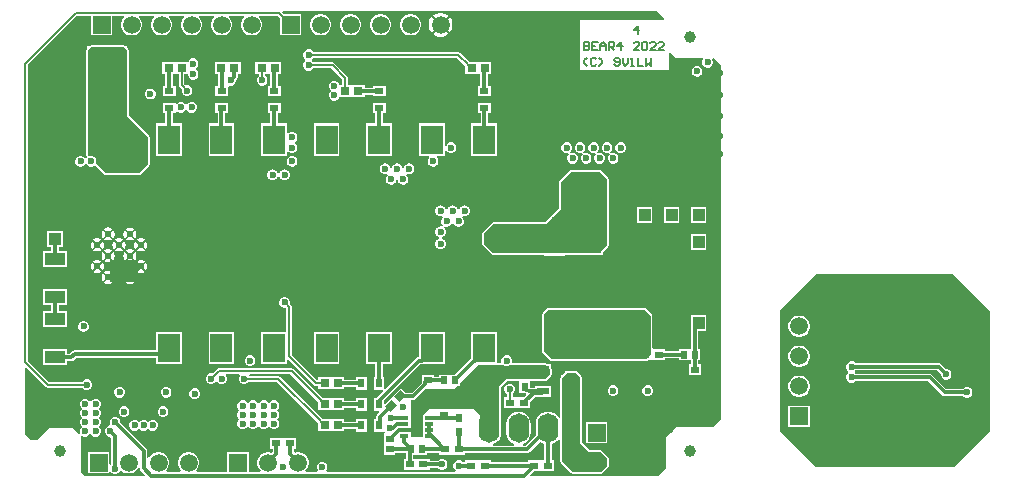
<source format=gbl>
G04*
G04 #@! TF.GenerationSoftware,Altium Limited,Altium Designer,22.3.1 (43)*
G04*
G04 Layer_Physical_Order=4*
G04 Layer_Color=16711680*
%FSLAX25Y25*%
%MOIN*%
G70*
G04*
G04 #@! TF.SameCoordinates,D668225F-02C3-4EAC-AD72-9857121BA27B*
G04*
G04*
G04 #@! TF.FilePolarity,Positive*
G04*
G01*
G75*
%ADD16R,0.03150X0.02756*%
%ADD17R,0.02953X0.02362*%
%ADD19R,0.02362X0.02520*%
%ADD21R,0.02520X0.02362*%
%ADD29R,0.02362X0.02953*%
%ADD33R,0.03976X0.03976*%
%ADD34R,0.06969X0.16024*%
%ADD35R,0.16024X0.06969*%
%ADD45R,0.05512X0.05118*%
%ADD46R,0.04961X0.10709*%
%ADD48R,0.03150X0.02165*%
%ADD49R,0.04724X0.01181*%
%ADD92C,0.03937*%
%ADD93C,0.00600*%
%ADD94C,0.01200*%
%ADD95C,0.00800*%
%ADD96C,0.01250*%
%ADD97O,0.06890X0.09843*%
%ADD98C,0.05906*%
%ADD99R,0.05906X0.05906*%
%ADD100C,0.02362*%
%ADD101R,0.05906X0.05906*%
G04:AMPARAMS|DCode=102|XSize=23.62mil|YSize=29.53mil|CornerRadius=0mil|HoleSize=0mil|Usage=FLASHONLY|Rotation=315.000|XOffset=0mil|YOffset=0mil|HoleType=Round|Shape=Rectangle|*
%AMROTATEDRECTD102*
4,1,4,-0.01879,-0.00209,0.00209,0.01879,0.01879,0.00209,-0.00209,-0.01879,-0.01879,-0.00209,0.0*
%
%ADD102ROTATEDRECTD102*%

%ADD103R,0.07087X0.31496*%
%ADD104R,0.07087X0.25984*%
%ADD105R,0.07402X0.09724*%
%ADD106R,0.09724X0.07402*%
%ADD107R,0.31456X0.24621*%
%ADD108R,0.03937X0.04134*%
%ADD109R,0.04134X0.08661*%
%ADD110R,0.04902X0.02402*%
%ADD111R,0.07087X0.04095*%
%ADD112R,0.02165X0.03150*%
%ADD113R,0.01181X0.04724*%
%ADD114R,0.04134X0.02362*%
%ADD115R,0.03937X0.06693*%
%ADD116R,0.02756X0.01181*%
G36*
X296438Y275062D02*
X296247Y274600D01*
X268400D01*
Y260000D01*
Y257900D01*
X298100D01*
Y260000D01*
Y263747D01*
X298562Y263938D01*
X300500Y262000D01*
X309328D01*
X309519Y261538D01*
X309490Y261509D01*
X309219Y260854D01*
Y260146D01*
X309279Y260000D01*
X309283D01*
X309287Y259981D01*
X309422Y259656D01*
X309616Y259365D01*
X309865Y259117D01*
X310156Y258922D01*
X310480Y258787D01*
X310825Y258719D01*
X311175D01*
X311264Y258736D01*
X311281Y258719D01*
X311354D01*
X312009Y258990D01*
X312510Y259491D01*
X312781Y260146D01*
Y260854D01*
X312591Y261313D01*
X312825Y261786D01*
X312876Y261831D01*
X313134Y261866D01*
X315500Y259500D01*
Y254500D01*
Y141500D01*
X313000Y139000D01*
X300500D01*
X297000Y135500D01*
Y125000D01*
X294500Y122500D01*
X252120D01*
X251928Y122962D01*
X253185Y124219D01*
X255187D01*
X255313Y124219D01*
X255687D01*
X255813Y124219D01*
X259840D01*
Y127781D01*
X259066D01*
Y133152D01*
X259882Y133490D01*
X260727Y134139D01*
X261351Y134951D01*
X261404Y134953D01*
X261851Y134679D01*
Y127500D01*
X262041Y127041D01*
X265541Y123541D01*
X266000Y123351D01*
X275500Y123351D01*
X275959Y123541D01*
X277959Y125541D01*
X278149Y126000D01*
X278149Y128500D01*
X277959Y128959D01*
X275959Y130959D01*
X275500Y131149D01*
X271769D01*
X269149Y133769D01*
Y155500D01*
X268959Y155959D01*
X267459Y157459D01*
X267000Y157649D01*
X264000D01*
X263955Y157631D01*
X263908Y157643D01*
X263731Y157538D01*
X263541Y157459D01*
X263522Y157414D01*
X263480Y157390D01*
X262649Y156281D01*
X262164D01*
Y155634D01*
X261981Y155390D01*
X261929Y155190D01*
X261851Y155000D01*
Y142321D01*
X261404Y142047D01*
X261351Y142049D01*
X260727Y142861D01*
X259882Y143510D01*
X258898Y143917D01*
X257842Y144056D01*
X256787Y143917D01*
X255803Y143510D01*
X254958Y142861D01*
X254309Y142016D01*
X253902Y141032D01*
X253763Y139976D01*
Y137024D01*
X253864Y136252D01*
X250336Y132723D01*
X249495D01*
X249395Y133223D01*
X250040Y133490D01*
X250885Y134139D01*
X251533Y134984D01*
X251941Y135968D01*
X252080Y137024D01*
Y139976D01*
X251941Y141032D01*
X251533Y142016D01*
X250885Y142861D01*
X250040Y143510D01*
X249056Y143917D01*
X248000Y144056D01*
X246944Y143917D01*
X245960Y143510D01*
X245115Y142861D01*
X244467Y142016D01*
X244059Y141032D01*
X243920Y139976D01*
Y137024D01*
X244059Y135968D01*
X244467Y134984D01*
X245115Y134139D01*
X245960Y133490D01*
X246604Y133223D01*
X246505Y132723D01*
X239652D01*
X239553Y133223D01*
X240197Y133490D01*
X241042Y134139D01*
X241691Y134984D01*
X241895Y135476D01*
X241959Y135541D01*
X242149Y136000D01*
Y136357D01*
X242237Y137024D01*
Y139976D01*
X242149Y140643D01*
Y152231D01*
X244269Y154351D01*
X247735D01*
X248219Y154313D01*
X248219Y153850D01*
Y150160D01*
X250346D01*
X250611Y149895D01*
X250640Y149606D01*
X249815Y148781D01*
X247813D01*
X247687Y148781D01*
X247313D01*
X247187Y148781D01*
X246154D01*
Y150135D01*
X246510Y150491D01*
X246781Y151146D01*
Y151854D01*
X246510Y152509D01*
X246009Y153010D01*
X245354Y153281D01*
X244646D01*
X243991Y153010D01*
X243490Y152509D01*
X243219Y151854D01*
Y151146D01*
X243490Y150491D01*
X243991Y149990D01*
X244319Y149854D01*
Y148781D01*
X243160D01*
Y145219D01*
X247187D01*
X247313Y145219D01*
X247687D01*
X247813Y145219D01*
X251840D01*
Y147346D01*
X253158Y148664D01*
X253502Y148979D01*
Y148979D01*
X253502Y148979D01*
X258836D01*
Y152541D01*
X253502D01*
Y151983D01*
X252197D01*
X251781Y152400D01*
X251781Y154313D01*
X252265Y154351D01*
X257000D01*
X257459Y154541D01*
X258959Y156041D01*
X259149Y156500D01*
Y158000D01*
X258959Y158459D01*
X258836Y158582D01*
Y160021D01*
X257310D01*
X257000Y160149D01*
X246025D01*
X245748Y160565D01*
X245781Y160646D01*
Y161354D01*
X245510Y162009D01*
X245009Y162510D01*
X244354Y162781D01*
X243646D01*
X242991Y162510D01*
X242490Y162009D01*
X242219Y161354D01*
Y160646D01*
X242252Y160565D01*
X241974Y160149D01*
X240860D01*
Y170718D01*
X232258D01*
Y161756D01*
X226862Y156360D01*
X221487D01*
Y155724D01*
X219840D01*
Y156281D01*
X215687D01*
Y154037D01*
X215664Y153919D01*
Y153658D01*
X212330Y150324D01*
X210314D01*
X208809Y151828D01*
X205873Y148892D01*
X205873D01*
X205608Y148627D01*
X203499Y146518D01*
X203037Y146709D01*
Y146864D01*
X203061Y146983D01*
Y147547D01*
X215284Y159770D01*
X215939D01*
X216057Y159794D01*
X223340D01*
Y170718D01*
X214739D01*
Y162209D01*
X214309Y162124D01*
X213912Y161859D01*
X203537Y151484D01*
X203037Y151691D01*
Y155675D01*
X202743D01*
Y159794D01*
X205820D01*
Y170718D01*
X197219D01*
Y159794D01*
X200296D01*
Y155675D01*
X199672D01*
Y151325D01*
X202671D01*
X202878Y150825D01*
X200972Y148919D01*
X200809Y148675D01*
X199672D01*
Y144325D01*
X201442D01*
X201633Y143863D01*
X200964Y143194D01*
X200698Y142797D01*
X200605Y142329D01*
Y141675D01*
X199672D01*
Y137325D01*
X203037D01*
Y137325D01*
X203279Y137385D01*
X203389Y137246D01*
X203145Y136746D01*
X203140D01*
Y133184D01*
Y129719D01*
X206860D01*
Y130277D01*
X210487D01*
Y129640D01*
X210513D01*
Y128281D01*
X209660D01*
Y124719D01*
X213687D01*
X213813Y124719D01*
X214187D01*
X214313Y124719D01*
X218340D01*
Y125277D01*
X221205D01*
X221491Y124990D01*
X222146Y124719D01*
X222854D01*
X223509Y124990D01*
X224010Y125491D01*
X224281Y126146D01*
Y126854D01*
X224010Y127509D01*
X223509Y128010D01*
X222854Y128281D01*
X222146D01*
X221491Y128010D01*
X221205Y127724D01*
X218340D01*
Y128281D01*
X214313D01*
X214187Y128281D01*
X213813D01*
X213687Y128281D01*
X212960D01*
Y129640D01*
X217513D01*
Y130277D01*
X221424D01*
Y129719D01*
X225451D01*
X225576Y129719D01*
X225951D01*
X226076Y129719D01*
X230104D01*
Y130277D01*
X250842D01*
X251311Y130370D01*
X251708Y130635D01*
X255101Y134028D01*
X255803Y133490D01*
X256619Y133152D01*
Y127781D01*
X255813D01*
X255687Y127781D01*
X255313D01*
X255187Y127781D01*
X251160D01*
Y127224D01*
X238840D01*
Y127781D01*
X234813D01*
X234687Y127781D01*
X234313D01*
X234187Y127781D01*
X230160D01*
Y127224D01*
X229295D01*
X229009Y127510D01*
X228354Y127781D01*
X227646D01*
X226991Y127510D01*
X226490Y127009D01*
X226219Y126354D01*
Y125646D01*
X226490Y124991D01*
X226991Y124490D01*
X227064Y124460D01*
X226965Y123960D01*
X184186D01*
X183979Y124460D01*
X184010Y124491D01*
X184281Y125146D01*
Y125854D01*
X184010Y126509D01*
X183509Y127010D01*
X182854Y127281D01*
X182146D01*
X181491Y127010D01*
X180990Y126509D01*
X180719Y125854D01*
Y125146D01*
X180990Y124491D01*
X181021Y124460D01*
X180814Y123960D01*
X177191D01*
X176984Y124460D01*
X177343Y124819D01*
X177811Y125629D01*
X178053Y126532D01*
Y127468D01*
X177811Y128371D01*
X177343Y129181D01*
X176681Y129843D01*
X175871Y130311D01*
X174968Y130553D01*
X174032D01*
X173445Y130395D01*
X172987Y130766D01*
Y131719D01*
X173840D01*
Y135281D01*
X169687D01*
Y135281D01*
X169313D01*
Y135281D01*
X165160D01*
Y131719D01*
X166013D01*
Y130766D01*
X165555Y130395D01*
X164968Y130553D01*
X164032D01*
X163129Y130311D01*
X162319Y129843D01*
X161657Y129181D01*
X161189Y128371D01*
X160947Y127468D01*
Y126532D01*
X161189Y125629D01*
X161657Y124819D01*
X162016Y124460D01*
X161809Y123960D01*
X158053D01*
Y130553D01*
X150947D01*
Y123960D01*
X140691D01*
X140484Y124460D01*
X140843Y124819D01*
X141311Y125629D01*
X141553Y126532D01*
Y127468D01*
X141311Y128371D01*
X140843Y129181D01*
X140181Y129843D01*
X139371Y130311D01*
X138468Y130553D01*
X137532D01*
X136629Y130311D01*
X135819Y129843D01*
X135157Y129181D01*
X134689Y128371D01*
X134447Y127468D01*
Y126532D01*
X134689Y125629D01*
X135157Y124819D01*
X135516Y124460D01*
X135309Y123960D01*
X130691D01*
X130484Y124460D01*
X130843Y124819D01*
X131311Y125629D01*
X131553Y126532D01*
Y127468D01*
X131311Y128371D01*
X130843Y129181D01*
X130181Y129843D01*
X129371Y130311D01*
X128468Y130553D01*
X127532D01*
X126629Y130311D01*
X125819Y129843D01*
X125157Y129181D01*
X124961Y128842D01*
X124300Y128697D01*
X124223Y128750D01*
Y131000D01*
X124130Y131468D01*
X123865Y131865D01*
X115281Y140449D01*
Y140854D01*
X115010Y141509D01*
X114509Y142010D01*
X113854Y142281D01*
X113146D01*
X112491Y142010D01*
X111990Y141509D01*
X111719Y140854D01*
Y140146D01*
X111870Y139781D01*
X111565Y139281D01*
X110910Y139010D01*
X110409Y138509D01*
X110138Y137854D01*
Y137146D01*
X110409Y136491D01*
X110910Y135990D01*
X111565Y135719D01*
X111970D01*
X112276Y135412D01*
Y126477D01*
X112053Y126281D01*
X111553Y126507D01*
Y130553D01*
X104447D01*
Y123447D01*
X111553D01*
Y123775D01*
X111757Y123876D01*
X112053Y123928D01*
X112491Y123490D01*
X113146Y123219D01*
X113854D01*
X114509Y123490D01*
X115010Y123991D01*
X115088Y124180D01*
X115678Y124298D01*
X115819Y124157D01*
X116629Y123689D01*
X117532Y123447D01*
X118468D01*
X119371Y123689D01*
X120181Y124157D01*
X120843Y124819D01*
X121039Y125158D01*
X121700Y125303D01*
X121776Y125250D01*
Y125117D01*
X121870Y124649D01*
X122135Y124252D01*
X123425Y122962D01*
X123234Y122500D01*
X103500D01*
X102000Y124000D01*
Y135774D01*
X102491Y135990D01*
X103146Y135719D01*
X103854D01*
X104509Y135990D01*
X104967Y136448D01*
X105250Y136471D01*
X105533Y136448D01*
X105991Y135990D01*
X106646Y135719D01*
X107354D01*
X108009Y135990D01*
X108510Y136491D01*
X108781Y137146D01*
Y137854D01*
X108510Y138509D01*
X108019Y139000D01*
X108510Y139491D01*
X108781Y140146D01*
Y140854D01*
X108510Y141509D01*
X108019Y142000D01*
X108510Y142491D01*
X108781Y143146D01*
Y143854D01*
X108510Y144509D01*
X108019Y145000D01*
X108510Y145491D01*
X108781Y146146D01*
Y146854D01*
X108510Y147509D01*
X108009Y148010D01*
X107354Y148281D01*
X106646D01*
X105991Y148010D01*
X105533Y147552D01*
X105250Y147529D01*
X104967Y147552D01*
X104509Y148010D01*
X103854Y148281D01*
X103146D01*
X102491Y148010D01*
X101990Y147509D01*
X101719Y146854D01*
Y146146D01*
X101990Y145491D01*
X102481Y145000D01*
X101990Y144509D01*
X101719Y143854D01*
Y143146D01*
X101990Y142491D01*
X102481Y142000D01*
X101990Y141509D01*
X101719Y140854D01*
Y140146D01*
X101990Y139491D01*
X102481Y139000D01*
X101990Y138509D01*
X101719Y137854D01*
Y137146D01*
X101830Y136877D01*
X101406Y136594D01*
X99500Y138500D01*
X91500D01*
X87500Y134500D01*
X85500D01*
X83500Y136500D01*
Y158549D01*
X83962Y158740D01*
X90351Y152351D01*
X90649Y152152D01*
X91000Y152082D01*
X102452D01*
X102490Y151991D01*
X102991Y151490D01*
X103646Y151219D01*
X104354D01*
X105009Y151490D01*
X105510Y151991D01*
X105781Y152646D01*
Y153354D01*
X105510Y154009D01*
X105009Y154510D01*
X104354Y154781D01*
X103646D01*
X102991Y154510D01*
X102490Y154009D01*
X102452Y153918D01*
X91380D01*
X87798Y157500D01*
X84418Y160880D01*
Y259620D01*
X91298Y266500D01*
X100880Y276082D01*
X105447D01*
Y269447D01*
X112553D01*
Y276082D01*
X116351D01*
X116558Y275582D01*
X116157Y275181D01*
X115689Y274371D01*
X115447Y273468D01*
Y272532D01*
X115689Y271629D01*
X116157Y270819D01*
X116819Y270157D01*
X117629Y269689D01*
X118532Y269447D01*
X119468D01*
X120371Y269689D01*
X121181Y270157D01*
X121843Y270819D01*
X122311Y271629D01*
X122553Y272532D01*
Y273468D01*
X122311Y274371D01*
X121843Y275181D01*
X121442Y275582D01*
X121649Y276082D01*
X126351D01*
X126558Y275582D01*
X126157Y275181D01*
X125689Y274371D01*
X125447Y273468D01*
Y272532D01*
X125689Y271629D01*
X126157Y270819D01*
X126819Y270157D01*
X127629Y269689D01*
X128532Y269447D01*
X129468D01*
X130371Y269689D01*
X131181Y270157D01*
X131843Y270819D01*
X132311Y271629D01*
X132553Y272532D01*
Y273468D01*
X132311Y274371D01*
X131843Y275181D01*
X131442Y275582D01*
X131649Y276082D01*
X136351D01*
X136558Y275582D01*
X136157Y275181D01*
X135689Y274371D01*
X135447Y273468D01*
Y272532D01*
X135689Y271629D01*
X136157Y270819D01*
X136819Y270157D01*
X137629Y269689D01*
X138532Y269447D01*
X139468D01*
X140371Y269689D01*
X141181Y270157D01*
X141843Y270819D01*
X142311Y271629D01*
X142553Y272532D01*
Y273468D01*
X142311Y274371D01*
X141843Y275181D01*
X141442Y275582D01*
X141649Y276082D01*
X146351D01*
X146558Y275582D01*
X146157Y275181D01*
X145689Y274371D01*
X145447Y273468D01*
Y272532D01*
X145689Y271629D01*
X146157Y270819D01*
X146819Y270157D01*
X147629Y269689D01*
X148532Y269447D01*
X149468D01*
X150371Y269689D01*
X151181Y270157D01*
X151843Y270819D01*
X152311Y271629D01*
X152553Y272532D01*
Y273468D01*
X152311Y274371D01*
X151843Y275181D01*
X151442Y275582D01*
X151649Y276082D01*
X156351D01*
X156558Y275582D01*
X156157Y275181D01*
X155689Y274371D01*
X155447Y273468D01*
Y272532D01*
X155689Y271629D01*
X156157Y270819D01*
X156819Y270157D01*
X157629Y269689D01*
X158532Y269447D01*
X159468D01*
X160371Y269689D01*
X161181Y270157D01*
X161843Y270819D01*
X162311Y271629D01*
X162553Y272532D01*
Y273468D01*
X162311Y274371D01*
X161843Y275181D01*
X161442Y275582D01*
X161649Y276082D01*
X167620D01*
X168447Y275255D01*
Y269447D01*
X175553D01*
Y276553D01*
X169745D01*
X169260Y277038D01*
X169451Y277500D01*
X294000D01*
X296438Y275062D01*
D02*
G37*
G36*
X258500Y158000D02*
Y156500D01*
X257000Y155000D01*
X244000D01*
X241500Y152500D01*
Y136000D01*
X240000Y134500D01*
X237000D01*
X235000Y136500D01*
Y143000D01*
X233000Y145000D01*
X218000D01*
X216000Y143000D01*
Y139157D01*
X215626Y138966D01*
X215180Y139216D01*
X215130Y139468D01*
X214865Y139865D01*
X214468Y140130D01*
X214000Y140224D01*
X213532Y140130D01*
X213135Y139865D01*
X212509Y139239D01*
X212000D01*
Y147877D01*
X212837D01*
X213305Y147970D01*
X213702Y148236D01*
X216967Y151500D01*
X226500D01*
X227640Y152640D01*
X228513D01*
Y153513D01*
X234500Y159500D01*
X242981D01*
X242991Y159490D01*
X243646Y159219D01*
X244354D01*
X245009Y159490D01*
X245019Y159500D01*
X257000D01*
X258500Y158000D01*
D02*
G37*
G36*
X405000Y177500D02*
Y137500D01*
X393000Y125500D01*
X347000D01*
X335000Y137500D01*
Y178000D01*
X347000Y190000D01*
X392500D01*
X405000Y177500D01*
D02*
G37*
G36*
X268500Y155500D02*
Y133500D01*
X271500Y130500D01*
X275500D01*
X277500Y128500D01*
X277500Y126000D01*
X275500Y124000D01*
X266000Y124000D01*
X262500Y127500D01*
Y155000D01*
X264000Y157000D01*
X267000D01*
X268500Y155500D01*
D02*
G37*
%LPC*%
G36*
X222520Y276953D02*
X221480D01*
X220474Y276683D01*
X219573Y276163D01*
X219417Y276007D01*
X222000Y273424D01*
X224583Y276007D01*
X224427Y276163D01*
X223526Y276683D01*
X222520Y276953D01*
D02*
G37*
G36*
X225007Y275583D02*
X222424Y273000D01*
X225007Y270417D01*
X225163Y270573D01*
X225683Y271474D01*
X225953Y272480D01*
Y273520D01*
X225683Y274526D01*
X225163Y275427D01*
X225007Y275583D01*
D02*
G37*
G36*
X218993D02*
X218837Y275427D01*
X218317Y274526D01*
X218047Y273520D01*
Y272480D01*
X218317Y271474D01*
X218837Y270573D01*
X218993Y270417D01*
X221576Y273000D01*
X218993Y275583D01*
D02*
G37*
G36*
X212468Y276553D02*
X211532D01*
X210629Y276311D01*
X209819Y275843D01*
X209157Y275181D01*
X208689Y274371D01*
X208447Y273468D01*
Y272532D01*
X208689Y271629D01*
X209157Y270819D01*
X209819Y270157D01*
X210629Y269689D01*
X211532Y269447D01*
X212468D01*
X213371Y269689D01*
X214181Y270157D01*
X214843Y270819D01*
X215311Y271629D01*
X215553Y272532D01*
Y273468D01*
X215311Y274371D01*
X214843Y275181D01*
X214181Y275843D01*
X213371Y276311D01*
X212468Y276553D01*
D02*
G37*
G36*
X202468D02*
X201532D01*
X200629Y276311D01*
X199819Y275843D01*
X199157Y275181D01*
X198689Y274371D01*
X198447Y273468D01*
Y272532D01*
X198689Y271629D01*
X199157Y270819D01*
X199819Y270157D01*
X200629Y269689D01*
X201532Y269447D01*
X202468D01*
X203371Y269689D01*
X204181Y270157D01*
X204843Y270819D01*
X205311Y271629D01*
X205553Y272532D01*
Y273468D01*
X205311Y274371D01*
X204843Y275181D01*
X204181Y275843D01*
X203371Y276311D01*
X202468Y276553D01*
D02*
G37*
G36*
X192468D02*
X191532D01*
X190629Y276311D01*
X189819Y275843D01*
X189157Y275181D01*
X188689Y274371D01*
X188447Y273468D01*
Y272532D01*
X188689Y271629D01*
X189157Y270819D01*
X189819Y270157D01*
X190629Y269689D01*
X191532Y269447D01*
X192468D01*
X193371Y269689D01*
X194181Y270157D01*
X194843Y270819D01*
X195311Y271629D01*
X195553Y272532D01*
Y273468D01*
X195311Y274371D01*
X194843Y275181D01*
X194181Y275843D01*
X193371Y276311D01*
X192468Y276553D01*
D02*
G37*
G36*
X182468D02*
X181532D01*
X180629Y276311D01*
X179819Y275843D01*
X179157Y275181D01*
X178689Y274371D01*
X178447Y273468D01*
Y272532D01*
X178689Y271629D01*
X179157Y270819D01*
X179819Y270157D01*
X180629Y269689D01*
X181532Y269447D01*
X182468D01*
X183371Y269689D01*
X184181Y270157D01*
X184843Y270819D01*
X185311Y271629D01*
X185553Y272532D01*
Y273468D01*
X185311Y274371D01*
X184843Y275181D01*
X184181Y275843D01*
X183371Y276311D01*
X182468Y276553D01*
D02*
G37*
G36*
X222000Y272576D02*
X219417Y269993D01*
X219573Y269837D01*
X220474Y269317D01*
X221480Y269047D01*
X222520D01*
X223526Y269317D01*
X224427Y269837D01*
X224583Y269993D01*
X222000Y272576D01*
D02*
G37*
G36*
X307675Y259281D02*
X307325D01*
X306980Y259213D01*
X306656Y259078D01*
X306365Y258884D01*
X306117Y258635D01*
X305922Y258344D01*
X305787Y258019D01*
X305719Y257675D01*
Y257325D01*
X305787Y256980D01*
X305922Y256656D01*
X306117Y256365D01*
X306365Y256117D01*
X306656Y255922D01*
X306980Y255787D01*
X307325Y255719D01*
X307675D01*
X308019Y255787D01*
X308344Y255922D01*
X308635Y256117D01*
X308884Y256365D01*
X309078Y256656D01*
X309213Y256980D01*
X309281Y257325D01*
Y257675D01*
X309213Y258019D01*
X309078Y258344D01*
X308884Y258635D01*
X308635Y258884D01*
X308344Y259078D01*
X308019Y259213D01*
X307675Y259281D01*
D02*
G37*
G36*
X139854Y261781D02*
X139146D01*
X138491Y261510D01*
X137990Y261009D01*
X137770Y260478D01*
X129160D01*
Y256522D01*
X130277D01*
Y252537D01*
X129325D01*
Y249172D01*
X133675D01*
Y252537D01*
X132723D01*
Y256522D01*
X134748D01*
Y252835D01*
X134818Y252484D01*
X135017Y252186D01*
X135757Y251446D01*
X135719Y251354D01*
Y250646D01*
X135990Y249991D01*
X136491Y249490D01*
X137146Y249219D01*
X137854D01*
X138509Y249490D01*
X139010Y249991D01*
X139281Y250646D01*
Y251354D01*
X139010Y252009D01*
X138509Y252510D01*
X137854Y252781D01*
X137146D01*
X137054Y252743D01*
X136583Y253215D01*
Y256522D01*
X137719D01*
Y256146D01*
X137990Y255491D01*
X138491Y254990D01*
X139146Y254719D01*
X139854D01*
X140509Y254990D01*
X141010Y255491D01*
X141281Y256146D01*
Y256854D01*
X141010Y257509D01*
X140552Y257967D01*
X140529Y258250D01*
X140552Y258533D01*
X141010Y258991D01*
X141281Y259646D01*
Y260354D01*
X141010Y261009D01*
X140509Y261510D01*
X139854Y261781D01*
D02*
G37*
G36*
X155340Y260478D02*
X146660D01*
Y256522D01*
X147776D01*
Y252537D01*
X146825D01*
Y249172D01*
X151175D01*
X151175Y252373D01*
X151323Y252505D01*
D01*
X151323Y252505D01*
Y252505D01*
X151734Y252719D01*
X152354D01*
X153009Y252990D01*
X153510Y253491D01*
X153781Y254146D01*
Y254625D01*
X154031Y254875D01*
X154296Y255272D01*
X154389Y255740D01*
Y256522D01*
X155340D01*
Y260478D01*
D02*
G37*
G36*
X178354Y264781D02*
X177646D01*
X176991Y264510D01*
X176490Y264009D01*
X176219Y263354D01*
Y262646D01*
X176490Y261991D01*
X176948Y261533D01*
X176971Y261250D01*
X176948Y260967D01*
X176490Y260509D01*
X176219Y259854D01*
Y259146D01*
X176490Y258491D01*
X176991Y257990D01*
X177646Y257719D01*
X178354D01*
X179009Y257990D01*
X179510Y258491D01*
X179548Y258582D01*
X185620D01*
X189252Y254951D01*
Y252978D01*
X188230D01*
X188010Y253509D01*
X187509Y254010D01*
X186854Y254281D01*
X186146D01*
X185491Y254010D01*
X184990Y253509D01*
X184719Y252854D01*
Y252146D01*
X184990Y251491D01*
X185481Y251000D01*
X184990Y250509D01*
X184719Y249854D01*
Y249146D01*
X184990Y248491D01*
X185491Y247990D01*
X186146Y247719D01*
X186854D01*
X187509Y247990D01*
X188010Y248491D01*
X188230Y249022D01*
X196675D01*
Y249631D01*
X199325D01*
Y249172D01*
X203675D01*
Y252537D01*
X199325D01*
Y252078D01*
X196675D01*
Y252978D01*
X191087D01*
Y255331D01*
X191017Y255682D01*
X190818Y255980D01*
X186649Y260149D01*
X186351Y260348D01*
X186000Y260418D01*
X179548D01*
X179510Y260509D01*
X179052Y260967D01*
X179029Y261250D01*
X179052Y261533D01*
X179510Y261991D01*
X179548Y262082D01*
X227455D01*
X230160Y259377D01*
Y256522D01*
X235277D01*
Y252537D01*
X234325D01*
Y249172D01*
X238675D01*
Y252537D01*
X237723D01*
Y256522D01*
X238840D01*
Y260478D01*
X231654D01*
X228484Y263649D01*
X228186Y263848D01*
X227835Y263918D01*
X179548D01*
X179510Y264009D01*
X179009Y264510D01*
X178354Y264781D01*
D02*
G37*
G36*
X168840Y260478D02*
X160160D01*
Y256522D01*
X161417D01*
Y255936D01*
X160990Y255509D01*
X160719Y254854D01*
Y254146D01*
X160990Y253491D01*
X161491Y252990D01*
X162146Y252719D01*
X162854D01*
X163509Y252990D01*
X164010Y253491D01*
X164281Y254146D01*
Y254854D01*
X164010Y255509D01*
X163509Y256010D01*
X163480Y256022D01*
X163579Y256522D01*
X165277D01*
Y252537D01*
X164325D01*
Y249172D01*
X168675D01*
Y252537D01*
X167724D01*
Y256522D01*
X168840D01*
Y260478D01*
D02*
G37*
G36*
X125573Y251700D02*
X124864D01*
X124209Y251429D01*
X123708Y250928D01*
X123437Y250273D01*
Y249565D01*
X123708Y248910D01*
X124209Y248409D01*
X124864Y248138D01*
X125573D01*
X126227Y248409D01*
X126728Y248910D01*
X126999Y249565D01*
Y250273D01*
X126728Y250928D01*
X126227Y251429D01*
X125573Y251700D01*
D02*
G37*
G36*
X139354Y247281D02*
X138646D01*
X137991Y247010D01*
X137533Y246552D01*
X137250Y246529D01*
X136967Y246552D01*
X136509Y247010D01*
X135854Y247281D01*
X135146D01*
X134491Y247010D01*
X134175Y246694D01*
X133675Y246828D01*
X133622Y246828D01*
X129325D01*
Y243463D01*
X130217D01*
Y240206D01*
X127140D01*
Y229282D01*
X135742D01*
Y240206D01*
X132665D01*
Y243463D01*
X133675D01*
Y244099D01*
X134175Y244306D01*
X134491Y243990D01*
X135146Y243719D01*
X135854D01*
X136509Y243990D01*
X136967Y244448D01*
X137250Y244471D01*
X137533Y244448D01*
X137991Y243990D01*
X138646Y243719D01*
X139354D01*
X140009Y243990D01*
X140510Y244491D01*
X140781Y245146D01*
Y245854D01*
X140510Y246509D01*
X140009Y247010D01*
X139354Y247281D01*
D02*
G37*
G36*
X282354Y233781D02*
X281646D01*
X280991Y233510D01*
X280490Y233009D01*
X280219Y232354D01*
Y231646D01*
X280490Y230991D01*
X280991Y230490D01*
X281646Y230219D01*
X282354D01*
X283009Y230490D01*
X283510Y230991D01*
X283781Y231646D01*
Y232354D01*
X283510Y233009D01*
X283009Y233510D01*
X282354Y233781D01*
D02*
G37*
G36*
X223340Y240206D02*
X214739D01*
Y229282D01*
X218056D01*
X218263Y228782D01*
X217990Y228509D01*
X217719Y227854D01*
Y227325D01*
X217787Y226980D01*
X217922Y226656D01*
X218116Y226365D01*
X218365Y226116D01*
X218656Y225922D01*
X218981Y225787D01*
X219325Y225719D01*
X219675D01*
X220020Y225787D01*
X220344Y225922D01*
X220635Y226116D01*
X220883Y226365D01*
X221078Y226656D01*
X221213Y226980D01*
X221281Y227325D01*
Y227854D01*
X221010Y228509D01*
X220737Y228782D01*
X220944Y229282D01*
X223340D01*
Y231254D01*
X223840Y231353D01*
X223990Y230991D01*
X224491Y230490D01*
X225146Y230219D01*
X225854D01*
X226509Y230490D01*
X227010Y230991D01*
X227281Y231646D01*
Y232354D01*
X227010Y233009D01*
X226509Y233510D01*
X225854Y233781D01*
X225146D01*
X224491Y233510D01*
X223990Y233009D01*
X223840Y232647D01*
X223340Y232747D01*
Y240206D01*
D02*
G37*
G36*
X168675Y246828D02*
X164325D01*
Y243463D01*
X165257D01*
Y240206D01*
X162180D01*
Y229282D01*
X170781D01*
Y230493D01*
X171281Y230700D01*
X171491Y230490D01*
X172146Y230219D01*
X172854D01*
X173509Y230490D01*
X174010Y230991D01*
X174281Y231646D01*
Y232354D01*
X174010Y233009D01*
X173552Y233467D01*
X173529Y233750D01*
X173552Y234033D01*
X174010Y234491D01*
X174281Y235146D01*
Y235854D01*
X174010Y236509D01*
X173509Y237010D01*
X172854Y237281D01*
X172146D01*
X171491Y237010D01*
X171281Y236800D01*
X170781Y237007D01*
Y240206D01*
X167704D01*
Y243463D01*
X168675D01*
Y246828D01*
D02*
G37*
G36*
X238675D02*
X234325D01*
Y243463D01*
X235336D01*
Y240206D01*
X232258D01*
Y229282D01*
X240860D01*
Y240140D01*
Y240206D01*
X237783D01*
Y243463D01*
X238675D01*
Y246828D01*
D02*
G37*
G36*
X203675D02*
X199325D01*
Y243463D01*
X200296D01*
Y240206D01*
X197219D01*
Y229282D01*
X205820D01*
Y240206D01*
X202743D01*
Y243463D01*
X203675D01*
Y246828D01*
D02*
G37*
G36*
X188301Y240206D02*
X179699D01*
Y229282D01*
X188301D01*
Y240206D01*
D02*
G37*
G36*
X151175Y246828D02*
X146825D01*
Y243463D01*
X147737D01*
Y240206D01*
X144660D01*
Y229282D01*
X153261D01*
Y240206D01*
X150184D01*
Y243463D01*
X151175D01*
Y246828D01*
D02*
G37*
G36*
X105500Y266149D02*
X105054Y265965D01*
X104263D01*
Y265181D01*
X104041Y264959D01*
X103851Y264500D01*
Y229500D01*
X104041Y229041D01*
X104050Y229032D01*
X103907Y228697D01*
X103377Y228641D01*
X103029Y228990D01*
X103000Y228974D01*
X102844Y229078D01*
X102520Y229213D01*
X102175Y229281D01*
X101825D01*
X101480Y229213D01*
X101156Y229078D01*
X100865Y228884D01*
X100617Y228635D01*
X100422Y228344D01*
X100287Y228019D01*
X100219Y227675D01*
Y227325D01*
X100287Y226980D01*
X100422Y226656D01*
X100617Y226365D01*
X100865Y226116D01*
X101156Y225922D01*
X101480Y225787D01*
X101825Y225719D01*
X102175D01*
X102520Y225787D01*
X102844Y225922D01*
X103135Y226116D01*
X103384Y226365D01*
X103449Y226463D01*
X103652D01*
X103750Y226471D01*
X103848Y226463D01*
X104051D01*
X104116Y226365D01*
X104365Y226116D01*
X104656Y225922D01*
X104981Y225787D01*
X105270Y225730D01*
X105281Y225719D01*
X105854D01*
X106509Y225990D01*
X106800Y226281D01*
X110041Y223041D01*
X110500Y222851D01*
X121500D01*
X121534Y222865D01*
X122041D01*
Y223123D01*
X124959Y226041D01*
X125149Y226500D01*
Y235500D01*
X124959Y235959D01*
X118149Y242769D01*
X118149Y264500D01*
X117959Y264959D01*
X117344Y265574D01*
Y265954D01*
X116964D01*
X116959Y265959D01*
X116500Y266149D01*
X105500Y266149D01*
D02*
G37*
G36*
X277854Y233781D02*
X277146D01*
X276491Y233510D01*
X275990Y233009D01*
X275719Y232354D01*
Y231646D01*
X275990Y230991D01*
X276491Y230490D01*
X277146Y230219D01*
X277854D01*
X278091Y230317D01*
X278374Y229893D01*
X277990Y229509D01*
X277719Y228854D01*
Y228146D01*
X277990Y227491D01*
X278491Y226990D01*
X279146Y226719D01*
X279854D01*
X280509Y226990D01*
X281010Y227491D01*
X281281Y228146D01*
Y228854D01*
X281010Y229509D01*
X280509Y230010D01*
X279854Y230281D01*
X279146D01*
X278909Y230183D01*
X278626Y230607D01*
X279010Y230991D01*
X279281Y231646D01*
Y232354D01*
X279010Y233009D01*
X278509Y233510D01*
X277854Y233781D01*
D02*
G37*
G36*
X273354D02*
X272646D01*
X271991Y233510D01*
X271490Y233009D01*
X271219Y232354D01*
Y231646D01*
X271490Y230991D01*
X271991Y230490D01*
X272646Y230219D01*
X273354D01*
X273591Y230317D01*
X273874Y229893D01*
X273490Y229509D01*
X273219Y228854D01*
Y228146D01*
X273490Y227491D01*
X273991Y226990D01*
X274646Y226719D01*
X275354D01*
X276009Y226990D01*
X276510Y227491D01*
X276781Y228146D01*
Y228854D01*
X276510Y229509D01*
X276009Y230010D01*
X275354Y230281D01*
X274646D01*
X274409Y230183D01*
X274126Y230607D01*
X274510Y230991D01*
X274781Y231646D01*
Y232354D01*
X274510Y233009D01*
X274009Y233510D01*
X273354Y233781D01*
D02*
G37*
G36*
X268854D02*
X268146D01*
X267491Y233510D01*
X266990Y233009D01*
X266719Y232354D01*
Y231646D01*
X266990Y230991D01*
X267491Y230490D01*
X268146Y230219D01*
X268854D01*
X269091Y230317D01*
X269374Y229893D01*
X268990Y229509D01*
X268719Y228854D01*
Y228146D01*
X268990Y227491D01*
X269491Y226990D01*
X270146Y226719D01*
X270854D01*
X271509Y226990D01*
X272010Y227491D01*
X272281Y228146D01*
Y228854D01*
X272010Y229509D01*
X271509Y230010D01*
X270854Y230281D01*
X270146D01*
X269909Y230183D01*
X269626Y230607D01*
X270010Y230991D01*
X270281Y231646D01*
Y232354D01*
X270010Y233009D01*
X269509Y233510D01*
X268854Y233781D01*
D02*
G37*
G36*
X264354D02*
X263646D01*
X262991Y233510D01*
X262490Y233009D01*
X262219Y232354D01*
Y231646D01*
X262490Y230991D01*
X262991Y230490D01*
X263646Y230219D01*
X264354D01*
X264591Y230317D01*
X264874Y229893D01*
X264490Y229509D01*
X264219Y228854D01*
Y228146D01*
X264490Y227491D01*
X264991Y226990D01*
X265646Y226719D01*
X266354D01*
X267009Y226990D01*
X267510Y227491D01*
X267781Y228146D01*
Y228854D01*
X267510Y229509D01*
X267009Y230010D01*
X266354Y230281D01*
X265646D01*
X265409Y230183D01*
X265126Y230607D01*
X265510Y230991D01*
X265781Y231646D01*
Y232354D01*
X265510Y233009D01*
X265009Y233510D01*
X264354Y233781D01*
D02*
G37*
G36*
X172854Y229281D02*
X172146D01*
X171491Y229010D01*
X170990Y228509D01*
X170719Y227854D01*
Y227325D01*
X170787Y226980D01*
X170922Y226656D01*
X171116Y226365D01*
X171365Y226116D01*
X171656Y225922D01*
X171981Y225787D01*
X172325Y225719D01*
X172675D01*
X173020Y225787D01*
X173344Y225922D01*
X173635Y226116D01*
X173883Y226365D01*
X174078Y226656D01*
X174213Y226980D01*
X174281Y227325D01*
Y227854D01*
X174010Y228509D01*
X173509Y229010D01*
X172854Y229281D01*
D02*
G37*
G36*
X211675Y226781D02*
X211325D01*
X210981Y226713D01*
X210656Y226578D01*
X210365Y226383D01*
X210117Y226135D01*
X209922Y225844D01*
X209787Y225519D01*
X209755Y225356D01*
X209245D01*
X209213Y225519D01*
X209078Y225844D01*
X208884Y226135D01*
X208635Y226383D01*
X208344Y226578D01*
X208019Y226713D01*
X207675Y226781D01*
X207325D01*
X206980Y226713D01*
X206656Y226578D01*
X206365Y226383D01*
X206117Y226135D01*
X205922Y225844D01*
X205787Y225519D01*
X205755Y225356D01*
X205245D01*
X205213Y225519D01*
X205078Y225844D01*
X204884Y226135D01*
X204635Y226383D01*
X204344Y226578D01*
X204019Y226713D01*
X203675Y226781D01*
X203325D01*
X202980Y226713D01*
X202656Y226578D01*
X202365Y226383D01*
X202116Y226135D01*
X201922Y225844D01*
X201787Y225519D01*
X201719Y225175D01*
Y224825D01*
X201787Y224481D01*
X201922Y224156D01*
X202116Y223865D01*
X202365Y223617D01*
X202656Y223422D01*
X202980Y223287D01*
X203325Y223219D01*
X203675D01*
X204019Y223287D01*
X204091Y223317D01*
X204374Y222893D01*
X204117Y222635D01*
X203922Y222344D01*
X203787Y222020D01*
X203719Y221675D01*
Y221325D01*
X203787Y220981D01*
X203922Y220656D01*
X204117Y220365D01*
X204365Y220116D01*
X204656Y219922D01*
X204980Y219787D01*
X205325Y219719D01*
X205675D01*
X206019Y219787D01*
X206344Y219922D01*
X206635Y220116D01*
X206884Y220365D01*
X207078Y220656D01*
X207213Y220981D01*
X207245Y221144D01*
X207755D01*
X207787Y220981D01*
X207922Y220656D01*
X208117Y220365D01*
X208365Y220116D01*
X208656Y219922D01*
X208980Y219787D01*
X209325Y219719D01*
X209675D01*
X210019Y219787D01*
X210344Y219922D01*
X210635Y220116D01*
X210883Y220365D01*
X211078Y220656D01*
X211213Y220981D01*
X211281Y221325D01*
Y221675D01*
X211213Y222020D01*
X211078Y222344D01*
X210883Y222635D01*
X210626Y222893D01*
X210909Y223317D01*
X210981Y223287D01*
X211325Y223219D01*
X211675D01*
X212019Y223287D01*
X212344Y223422D01*
X212635Y223617D01*
X212883Y223865D01*
X213078Y224156D01*
X213213Y224481D01*
X213281Y224825D01*
Y225175D01*
X213213Y225519D01*
X213078Y225844D01*
X212883Y226135D01*
X212635Y226383D01*
X212344Y226578D01*
X212019Y226713D01*
X211675Y226781D01*
D02*
G37*
G36*
X170175Y224781D02*
X169825D01*
X169481Y224713D01*
X169156Y224578D01*
X168865Y224383D01*
X168616Y224135D01*
X168422Y223844D01*
X168287Y223519D01*
X168255Y223356D01*
X167745D01*
X167713Y223519D01*
X167578Y223844D01*
X167384Y224135D01*
X167135Y224383D01*
X166844Y224578D01*
X166519Y224713D01*
X166175Y224781D01*
X165825D01*
X165480Y224713D01*
X165156Y224578D01*
X164865Y224383D01*
X164617Y224135D01*
X164422Y223844D01*
X164287Y223519D01*
X164219Y223175D01*
Y222825D01*
X164287Y222481D01*
X164422Y222156D01*
X164617Y221865D01*
X164865Y221617D01*
X165156Y221422D01*
X165480Y221287D01*
X165825Y221219D01*
X166175D01*
X166519Y221287D01*
X166844Y221422D01*
X167135Y221617D01*
X167384Y221865D01*
X167578Y222156D01*
X167713Y222481D01*
X167745Y222644D01*
X168255D01*
X168287Y222481D01*
X168422Y222156D01*
X168616Y221865D01*
X168865Y221617D01*
X169156Y221422D01*
X169481Y221287D01*
X169825Y221219D01*
X170175D01*
X170519Y221287D01*
X170844Y221422D01*
X171135Y221617D01*
X171384Y221865D01*
X171578Y222156D01*
X171713Y222481D01*
X171781Y222825D01*
Y223175D01*
X171713Y223519D01*
X171578Y223844D01*
X171384Y224135D01*
X171135Y224383D01*
X170844Y224578D01*
X170519Y224713D01*
X170175Y224781D01*
D02*
G37*
G36*
X230175Y212781D02*
X229825D01*
X229481Y212713D01*
X229156Y212578D01*
X228865Y212384D01*
X228616Y212135D01*
X228422Y211844D01*
X228287Y211520D01*
X228255Y211356D01*
X227745D01*
X227713Y211520D01*
X227578Y211844D01*
X227383Y212135D01*
X227135Y212384D01*
X226844Y212578D01*
X226519Y212713D01*
X226175Y212781D01*
X225825D01*
X225481Y212713D01*
X225156Y212578D01*
X224865Y212384D01*
X224617Y212135D01*
X224422Y211844D01*
X224287Y211520D01*
X224255Y211356D01*
X223745D01*
X223713Y211520D01*
X223578Y211844D01*
X223383Y212135D01*
X223135Y212384D01*
X222844Y212578D01*
X222519Y212713D01*
X222175Y212781D01*
X221825D01*
X221480Y212713D01*
X221156Y212578D01*
X220865Y212384D01*
X220617Y212135D01*
X220422Y211844D01*
X220287Y211520D01*
X220219Y211175D01*
Y210825D01*
X220287Y210480D01*
X220422Y210156D01*
X220617Y209865D01*
X220865Y209616D01*
X221156Y209422D01*
X221480Y209287D01*
X221825Y209219D01*
X222175D01*
X222519Y209287D01*
X222591Y209317D01*
X222874Y208893D01*
X222617Y208635D01*
X222422Y208344D01*
X222287Y208019D01*
X222219Y207675D01*
Y207325D01*
X222287Y206980D01*
X222422Y206656D01*
X222617Y206365D01*
X222874Y206107D01*
X222591Y205683D01*
X222519Y205713D01*
X222175Y205781D01*
X221825D01*
X221480Y205713D01*
X221156Y205578D01*
X220865Y205383D01*
X220617Y205135D01*
X220422Y204844D01*
X220287Y204520D01*
X220219Y204175D01*
Y203825D01*
X220287Y203481D01*
X220422Y203156D01*
X220617Y202865D01*
X220865Y202617D01*
X221156Y202422D01*
X221480Y202287D01*
X221644Y202255D01*
Y201745D01*
X221480Y201713D01*
X221156Y201578D01*
X220865Y201383D01*
X220617Y201135D01*
X220422Y200844D01*
X220287Y200519D01*
X220219Y200175D01*
Y199825D01*
X220287Y199480D01*
X220422Y199156D01*
X220617Y198865D01*
X220865Y198617D01*
X221156Y198422D01*
X221480Y198287D01*
X221825Y198219D01*
X222175D01*
X222519Y198287D01*
X222844Y198422D01*
X223135Y198617D01*
X223383Y198865D01*
X223578Y199156D01*
X223713Y199480D01*
X223781Y199825D01*
Y200175D01*
X223713Y200519D01*
X223578Y200844D01*
X223383Y201135D01*
X223135Y201383D01*
X222844Y201578D01*
X222519Y201713D01*
X222356Y201745D01*
Y202255D01*
X222519Y202287D01*
X222844Y202422D01*
X223135Y202617D01*
X223383Y202865D01*
X223578Y203156D01*
X223713Y203481D01*
X223781Y203825D01*
Y204175D01*
X223713Y204520D01*
X223578Y204844D01*
X223383Y205135D01*
X223126Y205393D01*
X223409Y205817D01*
X223481Y205787D01*
X223825Y205719D01*
X224175D01*
X224519Y205787D01*
X224844Y205922D01*
X225135Y206117D01*
X225383Y206365D01*
X225578Y206656D01*
X225713Y206980D01*
X225745Y207144D01*
X226255D01*
X226287Y206980D01*
X226422Y206656D01*
X226617Y206365D01*
X226865Y206117D01*
X227156Y205922D01*
X227481Y205787D01*
X227825Y205719D01*
X228175D01*
X228520Y205787D01*
X228844Y205922D01*
X229135Y206117D01*
X229383Y206365D01*
X229578Y206656D01*
X229713Y206980D01*
X229781Y207325D01*
Y207675D01*
X229713Y208019D01*
X229578Y208344D01*
X229383Y208635D01*
X229126Y208893D01*
X229409Y209317D01*
X229481Y209287D01*
X229825Y209219D01*
X230175D01*
X230520Y209287D01*
X230844Y209422D01*
X231135Y209616D01*
X231383Y209865D01*
X231578Y210156D01*
X231713Y210480D01*
X231781Y210825D01*
Y211175D01*
X231713Y211520D01*
X231578Y211844D01*
X231383Y212135D01*
X231135Y212384D01*
X230844Y212578D01*
X230520Y212713D01*
X230175Y212781D01*
D02*
G37*
G36*
X310612Y212108D02*
X305435D01*
Y206931D01*
X310612D01*
Y212108D01*
D02*
G37*
G36*
X301596D02*
X296420D01*
Y206931D01*
X301596D01*
Y212108D01*
D02*
G37*
G36*
X292580D02*
X287404D01*
Y206931D01*
X292580D01*
Y212108D01*
D02*
G37*
G36*
X118646Y205469D02*
X118216D01*
X117795Y205385D01*
X117398Y205220D01*
X117113Y205030D01*
X118431Y203712D01*
X119749Y205030D01*
X119464Y205220D01*
X119067Y205385D01*
X118646Y205469D01*
D02*
G37*
G36*
X111422D02*
X110992D01*
X110571Y205385D01*
X110174Y205220D01*
X109889Y205030D01*
X111207Y203712D01*
X112525Y205030D01*
X112240Y205220D01*
X111843Y205385D01*
X111422Y205469D01*
D02*
G37*
G36*
X116689Y204606D02*
X116498Y204321D01*
X116334Y203924D01*
X116250Y203502D01*
Y203073D01*
X116334Y202651D01*
X116498Y202254D01*
X116689Y201969D01*
X118007Y203287D01*
X116689Y204606D01*
D02*
G37*
G36*
X109464D02*
X109274Y204321D01*
X109109Y203924D01*
X109026Y203502D01*
Y203073D01*
X109109Y202651D01*
X109274Y202254D01*
X109464Y201969D01*
X110782Y203287D01*
X109464Y204606D01*
D02*
G37*
G36*
X120174Y204606D02*
X118855Y203287D01*
X119280Y202863D01*
X120174Y201969D01*
X120364Y202254D01*
X120528Y202651D01*
X120612Y203073D01*
Y203502D01*
X120528Y203924D01*
X120364Y204321D01*
X120174Y204606D01*
D02*
G37*
G36*
X112949D02*
X111631Y203287D01*
X112949Y201969D01*
X113140Y202254D01*
X113304Y202651D01*
X113388Y203073D01*
Y203502D01*
X113304Y203924D01*
X113140Y204321D01*
X112949Y204606D01*
D02*
G37*
G36*
X118431Y202863D02*
X117113Y201545D01*
X117398Y201355D01*
X117795Y201190D01*
X118216Y201106D01*
X118646D01*
X119067Y201190D01*
X119464Y201355D01*
X119749Y201545D01*
X119616Y201678D01*
X119337Y201957D01*
X118431Y202863D01*
D02*
G37*
G36*
X111207D02*
X109889Y201545D01*
X110174Y201355D01*
X110571Y201190D01*
X110992Y201106D01*
X111422D01*
X111843Y201190D01*
X112240Y201355D01*
X112525Y201545D01*
D01*
X111207Y202863D01*
D02*
G37*
G36*
X122258Y201856D02*
X121828D01*
X121407Y201772D01*
X121010Y201608D01*
X120725Y201418D01*
X121149Y200993D01*
X122043Y200099D01*
X123362Y201418D01*
X123076Y201608D01*
X122679Y201772D01*
X122258Y201856D01*
D02*
G37*
G36*
X115034D02*
X114604D01*
X114183Y201772D01*
X113786Y201608D01*
X113501Y201418D01*
X113925Y200993D01*
X114819Y200099D01*
X116137Y201418D01*
X115852Y201608D01*
X115455Y201772D01*
X115034Y201856D01*
D02*
G37*
G36*
X107809D02*
X107380D01*
X106958Y201772D01*
X106561Y201608D01*
X106276Y201418D01*
X106701Y200993D01*
X107595Y200099D01*
X108913Y201418D01*
X108628Y201608D01*
X108231Y201772D01*
X107809Y201856D01*
D02*
G37*
G36*
X120301Y200993D02*
X120110Y200708D01*
X119946Y200311D01*
X119862Y199890D01*
Y199460D01*
X119946Y199039D01*
X120110Y198642D01*
X120301Y198357D01*
X121619Y199675D01*
X120301Y200993D01*
D02*
G37*
G36*
X113076D02*
X112886Y200708D01*
X112722Y200311D01*
X112638Y199890D01*
Y199460D01*
X112722Y199039D01*
X112886Y198642D01*
X113076Y198357D01*
X114395Y199675D01*
X113076Y200993D01*
D02*
G37*
G36*
X105852D02*
X105662Y200708D01*
X105497Y200311D01*
X105413Y199890D01*
Y199460D01*
X105497Y199039D01*
X105662Y198642D01*
X105852Y198357D01*
X107170Y199675D01*
X105852Y200993D01*
D02*
G37*
G36*
X123786Y200993D02*
X122468Y199675D01*
X123786Y198357D01*
X123976Y198642D01*
X124141Y199039D01*
X124224Y199460D01*
Y199890D01*
X124141Y200311D01*
X123976Y200708D01*
X123786Y200993D01*
D02*
G37*
G36*
X116561D02*
X115243Y199675D01*
X115878Y199041D01*
X116479Y198440D01*
X116561Y198357D01*
X116752Y198642D01*
X116916Y199039D01*
X117000Y199460D01*
Y199890D01*
X116916Y200311D01*
X116752Y200708D01*
X116561Y200993D01*
D02*
G37*
G36*
X109337D02*
X108019Y199675D01*
X108653Y199041D01*
X109254Y198440D01*
X109337Y198357D01*
X109527Y198642D01*
X109692Y199039D01*
X109776Y199460D01*
Y199890D01*
X109692Y200311D01*
X109527Y200708D01*
X109337Y200993D01*
D02*
G37*
G36*
X310612Y203092D02*
X305435D01*
Y197916D01*
X310612D01*
Y203092D01*
D02*
G37*
G36*
X122043Y199251D02*
X120725Y197933D01*
X121010Y197742D01*
X121407Y197578D01*
X121828Y197494D01*
X122258D01*
X122679Y197578D01*
X123076Y197742D01*
X123362Y197933D01*
X122043Y199251D01*
D02*
G37*
G36*
X114819D02*
X113501Y197933D01*
X113786Y197742D01*
X114183Y197578D01*
X114604Y197494D01*
X115034D01*
X115455Y197578D01*
X115852Y197742D01*
X116137Y197933D01*
X114819Y199251D01*
D02*
G37*
G36*
X107595D02*
X106276Y197933D01*
X106561Y197742D01*
X106958Y197578D01*
X107380Y197494D01*
X107809D01*
X108231Y197578D01*
X108628Y197742D01*
X108913Y197933D01*
X108012Y198833D01*
X107595Y199251D01*
D02*
G37*
G36*
X118646Y198244D02*
X118216D01*
X117795Y198160D01*
X117398Y197996D01*
X117113Y197805D01*
D01*
X118431Y196487D01*
X119749Y197805D01*
X119464Y197996D01*
X119067Y198160D01*
X118646Y198244D01*
D02*
G37*
G36*
X111422D02*
X110992D01*
X110571Y198160D01*
X110174Y197996D01*
X109889Y197805D01*
D01*
X111207Y196487D01*
X112525Y197805D01*
X112240Y197996D01*
X111843Y198160D01*
X111422Y198244D01*
D02*
G37*
G36*
X275000Y224649D02*
X265500D01*
X265041Y224459D01*
X261541Y220959D01*
X261351Y220500D01*
Y211769D01*
X259162Y209581D01*
X258991Y209510D01*
X258490Y209009D01*
X258419Y208838D01*
X256731Y207149D01*
X239500D01*
X239041Y206959D01*
X236041Y203959D01*
X235851Y203500D01*
X235851Y200000D01*
X236041Y199541D01*
X239041Y196541D01*
X239500Y196351D01*
X256644D01*
Y195991D01*
X263356D01*
Y196351D01*
X275000D01*
X275072Y196380D01*
X276084D01*
Y197166D01*
X277959Y199041D01*
X278149Y199500D01*
Y221500D01*
X277959Y221959D01*
X275459Y224459D01*
X275000Y224649D01*
D02*
G37*
G36*
X120174Y197381D02*
X118855Y196063D01*
X119289Y195629D01*
X120174Y194745D01*
X120364Y195030D01*
X120528Y195427D01*
X120612Y195848D01*
Y196278D01*
X120528Y196699D01*
X120364Y197096D01*
X120174Y197381D01*
D02*
G37*
G36*
X112949D02*
X111631Y196063D01*
X112949Y194745D01*
X113140Y195030D01*
X113304Y195427D01*
X113388Y195848D01*
Y196278D01*
X113304Y196699D01*
X113140Y197096D01*
X112949Y197381D01*
D02*
G37*
G36*
X116689D02*
X116498Y197096D01*
X116334Y196699D01*
X116250Y196278D01*
Y195848D01*
X116334Y195427D01*
X116498Y195030D01*
X116689Y194745D01*
X118007Y196063D01*
X116904Y197166D01*
X116689Y197381D01*
D02*
G37*
G36*
X109464D02*
X109274Y197096D01*
X109109Y196699D01*
X109026Y196278D01*
Y195848D01*
X109109Y195427D01*
X109274Y195030D01*
X109464Y194745D01*
X110782Y196063D01*
X109464Y197381D01*
D02*
G37*
G36*
X118431Y195639D02*
X117113Y194321D01*
X117398Y194130D01*
X117795Y193966D01*
X118216Y193882D01*
X118646D01*
X119067Y193966D01*
X119464Y194130D01*
X119749Y194321D01*
X119070Y195000D01*
X118431Y195639D01*
D02*
G37*
G36*
X111207D02*
X109889Y194321D01*
X110174Y194130D01*
X110571Y193966D01*
X110992Y193882D01*
X111422D01*
X111843Y193966D01*
X112240Y194130D01*
X112525Y194321D01*
X111634Y195212D01*
X111207Y195639D01*
D02*
G37*
G36*
X122258Y194632D02*
X121828D01*
X121407Y194548D01*
X121010Y194384D01*
X120725Y194193D01*
D01*
X122043Y192875D01*
X123362Y194193D01*
X123076Y194384D01*
X122679Y194548D01*
X122258Y194632D01*
D02*
G37*
G36*
X107809D02*
X107380D01*
X106958Y194548D01*
X106561Y194384D01*
X106276Y194193D01*
D01*
X107595Y192875D01*
X108913Y194193D01*
X108628Y194384D01*
X108231Y194548D01*
X107809Y194632D01*
D02*
G37*
G36*
X115034D02*
X114604D01*
X114183Y194548D01*
X113786Y194384D01*
X113501Y194193D01*
X114819Y192875D01*
X116137Y194193D01*
X115852Y194384D01*
X115455Y194548D01*
X115034Y194632D01*
D02*
G37*
G36*
X96069Y204167D02*
X90931D01*
Y198833D01*
X92251D01*
Y197647D01*
X89357D01*
Y192353D01*
X97643D01*
Y197647D01*
X94749D01*
Y198833D01*
X96069D01*
Y204167D01*
D02*
G37*
G36*
X123786Y193769D02*
X122468Y192451D01*
X122892Y192026D01*
X123786Y191133D01*
X123976Y191418D01*
X124141Y191815D01*
X124224Y192236D01*
Y192666D01*
X124141Y193087D01*
X123976Y193484D01*
X123786Y193769D01*
D02*
G37*
G36*
X116561D02*
X115243Y192451D01*
X115667Y192026D01*
X116561Y191133D01*
X116752Y191418D01*
X116916Y191815D01*
X117000Y192236D01*
Y192666D01*
X116916Y193087D01*
X116752Y193484D01*
X116561Y193769D01*
D02*
G37*
G36*
X109337D02*
X108019Y192451D01*
X108443Y192026D01*
X109337Y191133D01*
X109527Y191418D01*
X109692Y191815D01*
X109776Y192236D01*
Y192666D01*
X109692Y193087D01*
X109527Y193484D01*
X109337Y193769D01*
D02*
G37*
G36*
X120301D02*
X120110Y193484D01*
X119946Y193087D01*
X119862Y192666D01*
Y192236D01*
X119946Y191815D01*
X120110Y191418D01*
X120301Y191133D01*
X121619Y192451D01*
X120768Y193302D01*
X120301Y193769D01*
D02*
G37*
G36*
X113076D02*
X112886Y193484D01*
X112722Y193087D01*
X112638Y192666D01*
Y192236D01*
X112722Y191815D01*
X112886Y191418D01*
X113076Y191133D01*
X114395Y192451D01*
X113076Y193769D01*
D02*
G37*
G36*
X105852D02*
X105662Y193484D01*
X105497Y193087D01*
X105413Y192666D01*
Y192236D01*
X105497Y191815D01*
X105662Y191418D01*
X105852Y191133D01*
X107170Y192451D01*
X105852Y193769D01*
D02*
G37*
G36*
X122043Y192026D02*
X120725Y190708D01*
X121010Y190518D01*
X121407Y190354D01*
X121828Y190270D01*
X122258D01*
X122679Y190354D01*
X123076Y190518D01*
X123362Y190708D01*
X122855Y191215D01*
X122043Y192026D01*
D02*
G37*
G36*
X114819D02*
X113501Y190708D01*
X113786Y190518D01*
X114183Y190354D01*
X114604Y190270D01*
X115034D01*
X115455Y190354D01*
X115852Y190518D01*
X116137Y190708D01*
X114819Y192026D01*
D02*
G37*
G36*
X107595D02*
X106276Y190708D01*
X106561Y190518D01*
X106958Y190354D01*
X107380Y190270D01*
X107809D01*
X108231Y190354D01*
X108628Y190518D01*
X108913Y190708D01*
X107813Y191808D01*
X107595Y192026D01*
D02*
G37*
G36*
X118646Y191020D02*
X118216D01*
X117795Y190936D01*
X117398Y190771D01*
X117113Y190581D01*
X118431Y189263D01*
X119749Y190581D01*
X119464Y190771D01*
X119067Y190936D01*
X118646Y191020D01*
D02*
G37*
G36*
X111422D02*
X110992D01*
X110571Y190936D01*
X110174Y190771D01*
X109889Y190581D01*
X111207Y189263D01*
X112525Y190581D01*
X112240Y190771D01*
X111843Y190936D01*
X111422Y191020D01*
D02*
G37*
G36*
X116689Y190157D02*
X116498Y189872D01*
X116334Y189475D01*
X116250Y189053D01*
Y188624D01*
X116334Y188202D01*
X116498Y187805D01*
X116689Y187520D01*
X118007Y188839D01*
X117156Y189690D01*
X116689Y190157D01*
D02*
G37*
G36*
X109464D02*
X109274Y189872D01*
X109109Y189475D01*
X109026Y189053D01*
Y188624D01*
X109109Y188202D01*
X109274Y187805D01*
X109464Y187520D01*
X110782Y188839D01*
X109464Y190157D01*
D02*
G37*
G36*
X120174Y190157D02*
X118855Y188839D01*
X119280Y188414D01*
X120174Y187520D01*
X120364Y187805D01*
X120528Y188202D01*
X120612Y188624D01*
Y189053D01*
X120528Y189475D01*
X120364Y189872D01*
X120174Y190157D01*
D02*
G37*
G36*
X112949D02*
X111631Y188839D01*
X112949Y187520D01*
X113140Y187805D01*
X113304Y188202D01*
X113388Y188624D01*
Y189053D01*
X113304Y189475D01*
X113140Y189872D01*
X112949Y190157D01*
D02*
G37*
G36*
X118431Y188414D02*
X117113Y187096D01*
X117398Y186906D01*
X117795Y186741D01*
X118216Y186658D01*
X118646D01*
X119067Y186741D01*
X119464Y186906D01*
X119749Y187096D01*
D01*
X118431Y188414D01*
D02*
G37*
G36*
X111207D02*
X109889Y187096D01*
X110174Y186906D01*
X110571Y186741D01*
X110992Y186658D01*
X111422D01*
X111843Y186741D01*
X112240Y186906D01*
X112525Y187096D01*
X112113Y187508D01*
X111207Y188414D01*
D02*
G37*
G36*
X97643Y184852D02*
X89357D01*
Y179558D01*
X92251D01*
Y177545D01*
X89357D01*
Y172250D01*
X97643D01*
Y177545D01*
X94749D01*
Y179558D01*
X97643D01*
Y184852D01*
D02*
G37*
G36*
X103175Y174281D02*
X102825D01*
X102480Y174213D01*
X102156Y174078D01*
X101865Y173883D01*
X101617Y173635D01*
X101422Y173344D01*
X101287Y173020D01*
X101219Y172675D01*
Y172325D01*
X101287Y171981D01*
X101422Y171656D01*
X101617Y171365D01*
X101865Y171116D01*
X102156Y170922D01*
X102480Y170787D01*
X102825Y170719D01*
X103175D01*
X103519Y170787D01*
X103844Y170922D01*
X104135Y171116D01*
X104384Y171365D01*
X104578Y171656D01*
X104713Y171981D01*
X104781Y172325D01*
Y172675D01*
X104713Y173020D01*
X104578Y173344D01*
X104384Y173635D01*
X104135Y173883D01*
X103844Y174078D01*
X103519Y174213D01*
X103175Y174281D01*
D02*
G37*
G36*
X135742Y170718D02*
X127140D01*
Y164472D01*
X100003D01*
X100003Y164472D01*
X99525Y164377D01*
X99120Y164107D01*
X98365Y163351D01*
X97643D01*
Y164750D01*
X89357D01*
Y159455D01*
X97643D01*
Y160853D01*
X98882D01*
X98882Y160853D01*
X99360Y160948D01*
X99765Y161219D01*
X100521Y161974D01*
X127140D01*
Y159794D01*
X135742D01*
Y170718D01*
D02*
G37*
G36*
X188301D02*
X179699D01*
Y159794D01*
X188301D01*
Y170718D01*
D02*
G37*
G36*
X153261D02*
X144660D01*
Y159794D01*
X153261D01*
Y170718D01*
D02*
G37*
G36*
X158854Y162781D02*
X158146D01*
X157491Y162510D01*
X156990Y162009D01*
X156719Y161354D01*
Y160646D01*
X156990Y159991D01*
X157491Y159490D01*
X158146Y159219D01*
X158854D01*
X159509Y159490D01*
X160010Y159991D01*
X160281Y160646D01*
Y161354D01*
X160010Y162009D01*
X159509Y162510D01*
X158854Y162781D01*
D02*
G37*
G36*
X172335Y158418D02*
X148000D01*
X147649Y158348D01*
X147351Y158149D01*
X145946Y156743D01*
X145854Y156781D01*
X145146D01*
X144491Y156510D01*
X143990Y156009D01*
X143719Y155354D01*
Y154646D01*
X143990Y153991D01*
X144491Y153490D01*
X145146Y153219D01*
X145854D01*
X146509Y153490D01*
X146967Y153948D01*
X147250Y153971D01*
X147533Y153948D01*
X147991Y153490D01*
X148646Y153219D01*
X149354D01*
X150009Y153490D01*
X150510Y153991D01*
X150781Y154646D01*
Y155354D01*
X150510Y156009D01*
X150436Y156082D01*
X150644Y156582D01*
X154856D01*
X155063Y156082D01*
X154990Y156009D01*
X154719Y155354D01*
Y154646D01*
X154990Y153991D01*
X155491Y153490D01*
X156146Y153219D01*
X156854D01*
X157509Y153490D01*
X158010Y153991D01*
X158048Y154082D01*
X167455D01*
X181160Y140377D01*
Y137522D01*
X189840D01*
Y138277D01*
X193963D01*
Y137325D01*
X197328D01*
Y141675D01*
X193963D01*
Y140724D01*
X189840D01*
Y141478D01*
X182654D01*
X168483Y155649D01*
X168186Y155848D01*
X167835Y155918D01*
X158409D01*
X158299Y156082D01*
X158567Y156582D01*
X171955D01*
X181160Y147377D01*
Y144522D01*
X189840D01*
Y145276D01*
X193963D01*
Y144325D01*
X197328D01*
Y148675D01*
X193963D01*
Y147723D01*
X189840D01*
Y148478D01*
X182654D01*
X172984Y158149D01*
X172686Y158348D01*
X172335Y158418D01*
D02*
G37*
G36*
X290000Y178649D02*
X258000D01*
X257541Y178459D01*
X256041Y176959D01*
X255851Y176500D01*
Y164000D01*
X256041Y163541D01*
X258541Y161041D01*
X259000Y160851D01*
X266500D01*
X290500Y160851D01*
X290959Y161041D01*
X291137Y161219D01*
X292187D01*
X292313Y161219D01*
X292687D01*
X292813Y161219D01*
X296840D01*
Y161776D01*
X301487D01*
Y161140D01*
X305513D01*
Y159781D01*
X304660D01*
Y156219D01*
X308813D01*
Y159781D01*
X307960D01*
Y161140D01*
X308513D01*
Y164860D01*
X307956D01*
Y170908D01*
X310612D01*
Y176084D01*
X305435D01*
Y170908D01*
X305509D01*
Y164860D01*
X301487D01*
Y164224D01*
X296840D01*
Y164781D01*
X293149D01*
X292649Y165265D01*
X292649Y176000D01*
X292459Y176459D01*
X290459Y178459D01*
X290000Y178649D01*
D02*
G37*
G36*
X170175Y182281D02*
X169825D01*
X169481Y182213D01*
X169156Y182078D01*
X168865Y181884D01*
X168616Y181635D01*
X168422Y181344D01*
X168287Y181019D01*
X168219Y180675D01*
Y180325D01*
X168287Y179981D01*
X168422Y179656D01*
X168616Y179365D01*
X168865Y179116D01*
X169156Y178922D01*
X169481Y178787D01*
X169825Y178719D01*
X170354D01*
X170544Y178347D01*
X170582Y178315D01*
Y172500D01*
Y170718D01*
X162180D01*
Y159794D01*
X170781D01*
Y161214D01*
X171281Y161421D01*
X179851Y152851D01*
X180149Y152652D01*
X180500Y152582D01*
X181160D01*
Y151522D01*
X189840D01*
Y152277D01*
X193963D01*
Y151325D01*
X197328D01*
Y155675D01*
X193963D01*
Y154724D01*
X189840D01*
Y155478D01*
X181160D01*
Y154845D01*
X180660Y154638D01*
X172418Y162880D01*
Y172500D01*
Y179000D01*
X172348Y179351D01*
X172149Y179649D01*
X171743Y180054D01*
X171730Y180068D01*
X171781Y180325D01*
Y180675D01*
X171713Y181019D01*
X171578Y181344D01*
X171384Y181635D01*
X171135Y181884D01*
X170844Y182078D01*
X170519Y182213D01*
X170175Y182281D01*
D02*
G37*
G36*
X291354Y152781D02*
X290646D01*
X289991Y152510D01*
X289490Y152009D01*
X289219Y151354D01*
Y150646D01*
X289490Y149991D01*
X289991Y149490D01*
X290646Y149219D01*
X291354D01*
X292009Y149490D01*
X292510Y149991D01*
X292781Y150646D01*
Y151354D01*
X292510Y152009D01*
X292009Y152510D01*
X291354Y152781D01*
D02*
G37*
G36*
X279854D02*
X279146D01*
X278491Y152510D01*
X277990Y152009D01*
X277719Y151354D01*
Y150646D01*
X277990Y149991D01*
X278491Y149490D01*
X279146Y149219D01*
X279854D01*
X280509Y149490D01*
X281010Y149991D01*
X281281Y150646D01*
Y151354D01*
X281010Y152009D01*
X280509Y152510D01*
X279854Y152781D01*
D02*
G37*
G36*
X130854Y152281D02*
X130146D01*
X129491Y152010D01*
X128990Y151509D01*
X128719Y150854D01*
Y150146D01*
X128990Y149491D01*
X129491Y148990D01*
X130146Y148719D01*
X130854D01*
X131509Y148990D01*
X132010Y149491D01*
X132281Y150146D01*
Y150854D01*
X132010Y151509D01*
X131509Y152010D01*
X130854Y152281D01*
D02*
G37*
G36*
X115354D02*
X114646D01*
X113991Y152010D01*
X113490Y151509D01*
X113219Y150854D01*
Y150146D01*
X113490Y149491D01*
X113991Y148990D01*
X114646Y148719D01*
X115354D01*
X116009Y148990D01*
X116510Y149491D01*
X116781Y150146D01*
Y150854D01*
X116510Y151509D01*
X116009Y152010D01*
X115354Y152281D01*
D02*
G37*
G36*
X140354Y151781D02*
X139646D01*
X138991Y151510D01*
X138490Y151009D01*
X138219Y150354D01*
Y149646D01*
X138490Y148991D01*
X138991Y148490D01*
X139646Y148219D01*
X140354D01*
X141009Y148490D01*
X141510Y148991D01*
X141781Y149646D01*
Y150354D01*
X141510Y151009D01*
X141009Y151510D01*
X140354Y151781D01*
D02*
G37*
G36*
X166854Y147781D02*
X166146D01*
X165491Y147510D01*
X165033Y147052D01*
X164750Y147029D01*
X164467Y147052D01*
X164009Y147510D01*
X163354Y147781D01*
X162646D01*
X161991Y147510D01*
X161533Y147052D01*
X161250Y147029D01*
X160967Y147052D01*
X160509Y147510D01*
X159854Y147781D01*
X159146D01*
X158491Y147510D01*
X158033Y147052D01*
X157750Y147029D01*
X157467Y147052D01*
X157009Y147510D01*
X156354Y147781D01*
X155646D01*
X154991Y147510D01*
X154490Y147009D01*
X154219Y146354D01*
Y145646D01*
X154490Y144991D01*
X154981Y144500D01*
X154490Y144009D01*
X154219Y143354D01*
Y142646D01*
X154490Y141991D01*
X154981Y141500D01*
X154490Y141009D01*
X154219Y140354D01*
Y139646D01*
X154490Y138991D01*
X154991Y138490D01*
X155646Y138219D01*
X156354D01*
X157009Y138490D01*
X157467Y138948D01*
X157750Y138971D01*
X158033Y138948D01*
X158491Y138490D01*
X159146Y138219D01*
X159854D01*
X160509Y138490D01*
X160967Y138948D01*
X161250Y138971D01*
X161533Y138948D01*
X161991Y138490D01*
X162646Y138219D01*
X163354D01*
X164009Y138490D01*
X164467Y138948D01*
X164750Y138971D01*
X165033Y138948D01*
X165491Y138490D01*
X166146Y138219D01*
X166854D01*
X167509Y138490D01*
X168010Y138991D01*
X168281Y139646D01*
Y140354D01*
X168010Y141009D01*
X167519Y141500D01*
X168010Y141991D01*
X168281Y142646D01*
Y143354D01*
X168010Y144009D01*
X167519Y144500D01*
X168010Y144991D01*
X168281Y145646D01*
Y146354D01*
X168010Y147009D01*
X167509Y147510D01*
X166854Y147781D01*
D02*
G37*
G36*
X129854Y145781D02*
X129146D01*
X128491Y145510D01*
X127990Y145009D01*
X127719Y144354D01*
Y143646D01*
X127990Y142991D01*
X128491Y142490D01*
X129146Y142219D01*
X129854D01*
X130509Y142490D01*
X131010Y142991D01*
X131281Y143646D01*
Y144354D01*
X131010Y145009D01*
X130509Y145510D01*
X129854Y145781D01*
D02*
G37*
G36*
X116854D02*
X116146D01*
X115491Y145510D01*
X114990Y145009D01*
X114719Y144354D01*
Y143646D01*
X114990Y142991D01*
X115491Y142490D01*
X116146Y142219D01*
X116854D01*
X117509Y142490D01*
X118010Y142991D01*
X118281Y143646D01*
Y144354D01*
X118010Y145009D01*
X117509Y145510D01*
X116854Y145781D01*
D02*
G37*
G36*
X126354Y141281D02*
X125646D01*
X124991Y141010D01*
X124500Y140519D01*
X124009Y141010D01*
X123354Y141281D01*
X122646D01*
X121991Y141010D01*
X121500Y140519D01*
X121009Y141010D01*
X120354Y141281D01*
X119646D01*
X118991Y141010D01*
X118490Y140509D01*
X118219Y139854D01*
Y139146D01*
X118490Y138491D01*
X118991Y137990D01*
X119646Y137719D01*
X120354D01*
X121009Y137990D01*
X121500Y138481D01*
X121991Y137990D01*
X122646Y137719D01*
X123354D01*
X124009Y137990D01*
X124500Y138481D01*
X124991Y137990D01*
X125646Y137719D01*
X126354D01*
X127009Y137990D01*
X127510Y138491D01*
X127781Y139146D01*
Y139854D01*
X127510Y140509D01*
X127009Y141010D01*
X126354Y141281D01*
D02*
G37*
G36*
X277553Y140553D02*
X270447D01*
Y133447D01*
X277553D01*
Y140553D01*
D02*
G37*
%LPD*%
G36*
X116500Y265500D02*
X117500Y264500D01*
X117500Y242500D01*
X124500Y235500D01*
Y226500D01*
X121500Y223500D01*
X110500D01*
X107156Y226844D01*
X107281Y227146D01*
Y227854D01*
X107010Y228509D01*
X106509Y229010D01*
X105854Y229281D01*
X105146D01*
X104844Y229156D01*
X104500Y229500D01*
Y264500D01*
X105500Y265500D01*
X116500Y265500D01*
D02*
G37*
G36*
X277500Y221500D02*
Y199500D01*
X275000Y197000D01*
X239500D01*
X236500Y200000D01*
X236500Y203500D01*
X239500Y206500D01*
X257000D01*
X262000Y211500D01*
Y220500D01*
X265500Y224000D01*
X275000D01*
X277500Y221500D01*
D02*
G37*
G36*
X292000Y176000D02*
X292000Y163000D01*
X290500Y161500D01*
X266500Y161500D01*
X259000D01*
X256500Y164000D01*
Y176500D01*
X258000Y178000D01*
X290000D01*
X292000Y176000D01*
D02*
G37*
%LPC*%
G36*
X341968Y176053D02*
X341032D01*
X340129Y175811D01*
X339319Y175343D01*
X338657Y174681D01*
X338189Y173871D01*
X337947Y172968D01*
Y172032D01*
X338189Y171129D01*
X338657Y170319D01*
X339319Y169657D01*
X340129Y169189D01*
X341032Y168947D01*
X341968D01*
X342871Y169189D01*
X343681Y169657D01*
X344343Y170319D01*
X344811Y171129D01*
X345053Y172032D01*
Y172968D01*
X344811Y173871D01*
X344343Y174681D01*
X343681Y175343D01*
X342871Y175811D01*
X341968Y176053D01*
D02*
G37*
G36*
Y166053D02*
X341032D01*
X340129Y165811D01*
X339319Y165343D01*
X338657Y164681D01*
X338189Y163871D01*
X337947Y162968D01*
Y162032D01*
X338189Y161129D01*
X338657Y160319D01*
X339319Y159657D01*
X340129Y159189D01*
X341032Y158947D01*
X341968D01*
X342871Y159189D01*
X343681Y159657D01*
X344343Y160319D01*
X344811Y161129D01*
X345053Y162032D01*
Y162968D01*
X344811Y163871D01*
X344343Y164681D01*
X343681Y165343D01*
X342871Y165811D01*
X341968Y166053D01*
D02*
G37*
G36*
X359354Y160781D02*
X358646D01*
X357991Y160510D01*
X357490Y160009D01*
X357219Y159354D01*
Y158646D01*
X357490Y157991D01*
X357948Y157533D01*
X357971Y157250D01*
X357948Y156967D01*
X357490Y156509D01*
X357219Y155854D01*
Y155146D01*
X357490Y154491D01*
X357991Y153990D01*
X358646Y153719D01*
X359354D01*
X360009Y153990D01*
X360295Y154277D01*
X384493D01*
X389135Y149635D01*
X389532Y149370D01*
X390000Y149276D01*
X396205D01*
X396491Y148990D01*
X397146Y148719D01*
X397854D01*
X398509Y148990D01*
X399010Y149491D01*
X399281Y150146D01*
Y150854D01*
X399010Y151509D01*
X398509Y152010D01*
X397854Y152281D01*
X397146D01*
X396491Y152010D01*
X396205Y151724D01*
X390507D01*
X385865Y156365D01*
X385468Y156630D01*
X385000Y156723D01*
X360295D01*
X360052Y156967D01*
X360029Y157250D01*
X360052Y157533D01*
X360295Y157776D01*
X387493D01*
X388719Y156551D01*
Y156146D01*
X388990Y155491D01*
X389491Y154990D01*
X390146Y154719D01*
X390854D01*
X391509Y154990D01*
X392010Y155491D01*
X392281Y156146D01*
Y156854D01*
X392010Y157509D01*
X391509Y158010D01*
X390854Y158281D01*
X390449D01*
X388865Y159865D01*
X388468Y160130D01*
X388000Y160223D01*
X360295D01*
X360009Y160510D01*
X359354Y160781D01*
D02*
G37*
G36*
X341968Y156053D02*
X341032D01*
X340129Y155811D01*
X339319Y155343D01*
X338657Y154681D01*
X338189Y153871D01*
X337947Y152968D01*
Y152032D01*
X338189Y151129D01*
X338657Y150319D01*
X339319Y149657D01*
X340129Y149189D01*
X341032Y148947D01*
X341968D01*
X342871Y149189D01*
X343681Y149657D01*
X344343Y150319D01*
X344811Y151129D01*
X345053Y152032D01*
Y152968D01*
X344811Y153871D01*
X344343Y154681D01*
X343681Y155343D01*
X342871Y155811D01*
X341968Y156053D01*
D02*
G37*
G36*
X345053Y146053D02*
X337947D01*
Y138947D01*
X345053D01*
Y146053D01*
D02*
G37*
%LPD*%
D16*
X135665Y258500D02*
D03*
X131335D02*
D03*
X232335D02*
D03*
X236665D02*
D03*
X190169Y251000D02*
D03*
X194500D02*
D03*
X153165Y258500D02*
D03*
X148835D02*
D03*
X162335D02*
D03*
X166665D02*
D03*
X183335Y139500D02*
D03*
X187665D02*
D03*
X183335Y153500D02*
D03*
X187665D02*
D03*
X183335Y146500D02*
D03*
X187665D02*
D03*
D17*
X213236Y154500D02*
D03*
X217764D02*
D03*
X245236Y147000D02*
D03*
X249764D02*
D03*
X216264Y126500D02*
D03*
X211736D02*
D03*
X253236Y126000D02*
D03*
X257764D02*
D03*
X236764D02*
D03*
X232236D02*
D03*
X228028Y131500D02*
D03*
X223500D02*
D03*
X294764Y163000D02*
D03*
X290236D02*
D03*
X311264Y158000D02*
D03*
X306736D02*
D03*
X167236Y133500D02*
D03*
X171764D02*
D03*
D19*
X226732Y154500D02*
D03*
X223268D02*
D03*
X105732Y236500D02*
D03*
X102268D02*
D03*
X105682Y251455D02*
D03*
X102217D02*
D03*
X105682Y246455D02*
D03*
X102217D02*
D03*
X105732Y241500D02*
D03*
X102268D02*
D03*
X303268Y163000D02*
D03*
X306732D02*
D03*
X212268Y131500D02*
D03*
X215732D02*
D03*
D21*
X261500Y180232D02*
D03*
Y176768D02*
D03*
X223000Y142768D02*
D03*
Y146232D02*
D03*
X205000Y134965D02*
D03*
Y131500D02*
D03*
D29*
X250000Y156764D02*
D03*
Y152236D02*
D03*
X228000Y137236D02*
D03*
Y141764D02*
D03*
D33*
X299008Y209520D02*
D03*
X308024D02*
D03*
Y200504D02*
D03*
Y191488D02*
D03*
Y173496D02*
D03*
X289992D02*
D03*
Y209520D02*
D03*
D34*
X272000Y187000D02*
D03*
Y204992D02*
D03*
D35*
X276488Y173496D02*
D03*
D45*
X260000Y199150D02*
D03*
Y192850D02*
D03*
D46*
X107343Y260010D02*
D03*
X96871D02*
D03*
X114264Y260000D02*
D03*
X124736D02*
D03*
D48*
X236500Y250854D02*
D03*
Y245146D02*
D03*
X201500Y250854D02*
D03*
Y245146D02*
D03*
X131500Y250854D02*
D03*
Y245146D02*
D03*
X149000Y250854D02*
D03*
Y245146D02*
D03*
X166500Y250854D02*
D03*
Y245146D02*
D03*
D49*
X236500Y248000D02*
D03*
X201500D02*
D03*
X131500D02*
D03*
X149000D02*
D03*
X166500D02*
D03*
D92*
X305000Y131000D02*
D03*
Y269000D02*
D03*
X95000Y131000D02*
D03*
D93*
X156500Y155000D02*
X167835D01*
X182060Y140775D01*
X91000Y153000D02*
X104000D01*
X83500Y160500D02*
X91000Y153000D01*
X245000Y151500D02*
X245236Y151264D01*
Y147000D02*
Y151264D01*
X148000Y157500D02*
X172335D01*
X182060Y147775D01*
X145500Y155000D02*
X148000Y157500D01*
X183138Y139500D02*
X183335D01*
X182060Y140578D02*
X183138Y139500D01*
X182060Y140578D02*
Y140775D01*
X135665Y252835D02*
X137500Y251000D01*
X178000Y259500D02*
X186000D01*
X190169Y255331D01*
X227835Y263000D02*
X231060Y259775D01*
X178000Y263000D02*
X227835D01*
X162335Y254665D02*
X162500Y254500D01*
X162335Y254665D02*
Y258500D01*
X190169Y251000D02*
Y255331D01*
X231060Y259578D02*
X232138Y258500D01*
X232335D01*
X231060Y259578D02*
Y259775D01*
X135665Y252835D02*
Y258500D01*
X170000Y180500D02*
X171500Y179000D01*
Y162500D02*
Y179000D01*
Y162500D02*
X180500Y153500D01*
X183138Y146500D02*
X183335D01*
X182060Y147578D02*
X183138Y146500D01*
X182060Y147578D02*
Y147775D01*
X180500Y153500D02*
X183335D01*
X100500Y277000D02*
X168000D01*
X83500Y260000D02*
X100500Y277000D01*
X168000D02*
X172000Y273000D01*
X83500Y160500D02*
Y260000D01*
D94*
X217764Y154500D02*
X223268D01*
X217469D02*
X217764D01*
X208809Y149310D02*
X209631D01*
X209840Y149101D01*
X212837D01*
X216887Y153151D01*
X208601Y149101D02*
X208809Y149310D01*
X216887Y153151D02*
Y153919D01*
X217469Y154500D01*
X201829Y142329D02*
X205399Y145899D01*
X217000Y154264D02*
X217236Y154500D01*
X206291Y138722D02*
X207553Y139984D01*
X209866D01*
X208686Y142000D02*
X208723Y141962D01*
X201829Y139974D02*
Y142329D01*
X201354Y139500D02*
X201829Y139974D01*
X205000Y138500D02*
X205222Y138722D01*
X205500Y142000D02*
X208686D01*
X205222Y138722D02*
X206291D01*
X208723Y141962D02*
X209857D01*
X208120Y138006D02*
X209857D01*
X205079Y134965D02*
X208120Y138006D01*
X226732Y154579D02*
X227313Y155160D01*
X227392D01*
X233226Y160994D02*
X233458D01*
X236559Y164094D01*
Y165256D01*
X226732Y154500D02*
Y154579D01*
X227392Y155160D02*
X233226Y160994D01*
X218134Y141953D02*
X227811D01*
X218134Y136866D02*
X222624Y132376D01*
X250876Y151360D02*
X251476Y150760D01*
X250000Y151941D02*
X250581Y151360D01*
X250000Y151941D02*
Y152236D01*
X251476Y150760D02*
X256169D01*
X250581Y151360D02*
X250876D01*
X250059Y147000D02*
X250640Y147581D01*
Y147876D01*
X253150Y150386D01*
X249764Y147000D02*
X250059D01*
X253150Y150386D02*
X255795D01*
X256169Y150760D01*
X209857Y141962D02*
X209866Y141953D01*
X209857Y138006D02*
X209866Y138016D01*
X213016D02*
X214000Y139000D01*
X209866Y138016D02*
X213016D01*
X205000Y134965D02*
X205079D01*
X216264Y126500D02*
X222500D01*
X211736Y130968D02*
X212268Y131500D01*
X211736Y126500D02*
Y130968D01*
X205000Y131500D02*
X212268D01*
X236764Y126000D02*
X252941D01*
X125381Y122736D02*
X249973D01*
X209866Y133902D02*
X211608Y132160D01*
X211687D01*
X209866Y133902D02*
Y136047D01*
X223205Y131500D02*
X223500D01*
X215732D02*
X223205D01*
X228000Y131528D02*
Y137236D01*
Y131528D02*
X228028Y131500D01*
X227811Y141953D02*
X228000Y141764D01*
X218134Y138016D02*
Y139984D01*
Y136866D02*
Y138016D01*
X222624Y132081D02*
X223205Y131500D01*
X222624Y132081D02*
Y132376D01*
X250842Y131500D02*
X257842Y138500D01*
X228028Y131500D02*
X250842D01*
X228000Y126000D02*
X232236D01*
X252360Y125419D02*
X252941Y126000D01*
X252360Y125124D02*
Y125419D01*
X252941Y126000D02*
X253236D01*
X249973Y122736D02*
X252360Y125124D01*
X123000Y125117D02*
X125381Y122736D01*
X113500Y125000D02*
Y135919D01*
X111919Y137500D02*
X113500Y135919D01*
X257764Y126000D02*
X257842Y126079D01*
Y138500D01*
X113500Y140500D02*
X123000Y131000D01*
Y125117D02*
Y131000D01*
X247764Y138264D02*
X248000Y138500D01*
X152000Y254574D02*
X153165Y255740D01*
Y258500D01*
X152000Y254500D02*
Y254574D01*
X131500Y250854D02*
Y258335D01*
X131335Y258500D02*
X131500Y258335D01*
X294764Y163000D02*
X303268D01*
X306732D02*
X306736Y162996D01*
Y158000D02*
Y162996D01*
X306732Y172205D02*
X308024Y173496D01*
X306732Y163000D02*
Y172205D01*
X236500Y250854D02*
Y258335D01*
Y245146D02*
X236559Y245087D01*
Y234744D02*
Y245087D01*
X236500Y258335D02*
X236665Y258500D01*
X194500Y251000D02*
X194646Y250854D01*
X201500Y245146D02*
X201520Y245126D01*
X194646Y250854D02*
X201500D01*
X201520Y234744D02*
Y245126D01*
X148835Y258500D02*
X149000Y258335D01*
Y250854D02*
Y258335D01*
X166500D02*
X166665Y258500D01*
X166500Y250854D02*
Y258335D01*
X131441Y245087D02*
X131500Y245146D01*
X131441Y234744D02*
Y245087D01*
X148961Y245106D02*
X149000Y245146D01*
X148961Y234744D02*
Y245106D01*
X166480Y245126D02*
X166500Y245146D01*
X166480Y234744D02*
Y245126D01*
X219039Y164094D02*
Y165256D01*
X215939Y160994D02*
X219039Y164094D01*
X214777Y160994D02*
X215939D01*
X187665Y146500D02*
X195646D01*
X187665Y139500D02*
X195646D01*
X201520Y153665D02*
Y165256D01*
X201354Y153500D02*
X201520Y153665D01*
X187665Y153500D02*
X195646D01*
X201837Y146983D02*
Y148054D01*
X201354Y146500D02*
X201837Y146983D01*
Y148054D02*
X214777Y160994D01*
X164500Y127255D02*
X167236Y129991D01*
Y133500D01*
X164500Y127000D02*
Y127255D01*
X171764Y129991D02*
X174500Y127255D01*
Y127000D02*
Y127255D01*
X171764Y129991D02*
Y133500D01*
X390000Y150500D02*
X397500D01*
X385000Y155500D02*
X390000Y150500D01*
X359000Y155500D02*
X385000D01*
X359000Y159000D02*
X388000D01*
X390500Y156500D01*
D95*
X287708Y269752D02*
Y272507D01*
X286330Y271130D01*
X288167D01*
X269800Y267281D02*
Y264526D01*
X271178D01*
X271637Y264985D01*
Y265444D01*
X271178Y265903D01*
X269800D01*
X271178D01*
X271637Y266363D01*
Y266822D01*
X271178Y267281D01*
X269800D01*
X274392D02*
X272555D01*
Y264526D01*
X274392D01*
X272555Y265903D02*
X273473D01*
X275310Y264526D02*
Y266363D01*
X276228Y267281D01*
X277147Y266363D01*
Y264526D01*
Y265903D01*
X275310D01*
X278065Y264526D02*
Y267281D01*
X279443D01*
X279902Y266822D01*
Y265903D01*
X279443Y265444D01*
X278065D01*
X278983D02*
X279902Y264526D01*
X282198D02*
Y267281D01*
X280820Y265903D01*
X282657D01*
X288167Y264526D02*
X286330D01*
X288167Y266363D01*
Y266822D01*
X287708Y267281D01*
X286789D01*
X286330Y266822D01*
X289085D02*
X289544Y267281D01*
X290463D01*
X290922Y266822D01*
Y264985D01*
X290463Y264526D01*
X289544D01*
X289085Y264985D01*
Y266822D01*
X293677Y264526D02*
X291840D01*
X293677Y266363D01*
Y266822D01*
X293218Y267281D01*
X292299D01*
X291840Y266822D01*
X296432Y264526D02*
X294595D01*
X296432Y266363D01*
Y266822D01*
X295973Y267281D01*
X295054D01*
X294595Y266822D01*
X270718Y259300D02*
X269800Y260218D01*
Y261137D01*
X270718Y262055D01*
X273933Y261596D02*
X273473Y262055D01*
X272555D01*
X272096Y261596D01*
Y259759D01*
X272555Y259300D01*
X273473D01*
X273933Y259759D01*
X274851Y259300D02*
X275769Y260218D01*
Y261137D01*
X274851Y262055D01*
X279902Y259759D02*
X280361Y259300D01*
X281279D01*
X281738Y259759D01*
Y261596D01*
X281279Y262055D01*
X280361D01*
X279902Y261596D01*
Y261137D01*
X280361Y260678D01*
X281738D01*
X282657Y262055D02*
Y260218D01*
X283575Y259300D01*
X284493Y260218D01*
Y262055D01*
X285412Y259300D02*
X286330D01*
X285871D01*
Y262055D01*
X285412Y261596D01*
X287708Y262055D02*
Y259300D01*
X289544D01*
X290463Y262055D02*
Y259300D01*
X291381Y260218D01*
X292299Y259300D01*
Y262055D01*
D96*
X98882Y162102D02*
X100003Y163223D01*
X129408D01*
X93500Y162102D02*
X98882D01*
X129408Y163223D02*
X131441Y165256D01*
X93500Y195000D02*
Y201500D01*
Y174898D02*
Y182205D01*
D97*
X238158Y138500D02*
D03*
X257842D02*
D03*
X248000D02*
D03*
D98*
X159000Y273000D02*
D03*
X149000D02*
D03*
X139000D02*
D03*
X129000D02*
D03*
X119000D02*
D03*
X222000D02*
D03*
X212000D02*
D03*
X202000D02*
D03*
X192000D02*
D03*
X182000D02*
D03*
X118000Y127000D02*
D03*
X128000D02*
D03*
X138000D02*
D03*
X174500D02*
D03*
X164500D02*
D03*
X341500Y172500D02*
D03*
Y162500D02*
D03*
Y152500D02*
D03*
X274000Y127000D02*
D03*
D99*
X109000Y273000D02*
D03*
X172000D02*
D03*
X108000Y127000D02*
D03*
X154500D02*
D03*
D100*
X107595Y192451D02*
D03*
Y199675D02*
D03*
X111207Y188839D02*
D03*
Y196063D02*
D03*
Y203287D02*
D03*
X114819Y192451D02*
D03*
Y199675D02*
D03*
X118431Y188839D02*
D03*
Y196063D02*
D03*
Y203287D02*
D03*
X122043Y192451D02*
D03*
Y199675D02*
D03*
X158500Y161000D02*
D03*
X156500Y155000D02*
D03*
X149500Y145500D02*
D03*
X149000Y155000D02*
D03*
X205500Y142000D02*
D03*
X222500Y158500D02*
D03*
X104000Y153000D02*
D03*
X107216Y155500D02*
D03*
X221500Y216500D02*
D03*
Y219500D02*
D03*
X259000Y232000D02*
D03*
Y236500D02*
D03*
X296000Y231500D02*
D03*
Y246500D02*
D03*
X291000Y244000D02*
D03*
Y249000D02*
D03*
Y254000D02*
D03*
X296000Y256500D02*
D03*
Y251500D02*
D03*
X281000Y254000D02*
D03*
X286000Y256500D02*
D03*
Y251500D02*
D03*
X276000D02*
D03*
Y256500D02*
D03*
X271000Y254000D02*
D03*
X261000D02*
D03*
Y259000D02*
D03*
Y264000D02*
D03*
X266000Y251500D02*
D03*
Y256500D02*
D03*
Y261500D02*
D03*
Y266500D02*
D03*
Y271500D02*
D03*
X261000Y269000D02*
D03*
X256000Y271500D02*
D03*
X251000Y269000D02*
D03*
X246000Y271500D02*
D03*
X241000Y269000D02*
D03*
X236000Y271500D02*
D03*
X296000Y241500D02*
D03*
Y236500D02*
D03*
X304500Y248000D02*
D03*
Y253500D02*
D03*
X315000Y257000D02*
D03*
X312000Y253000D02*
D03*
X315000Y249500D02*
D03*
X312000Y246000D02*
D03*
X315000Y242500D02*
D03*
X312000Y239000D02*
D03*
X315000Y236000D02*
D03*
X312000Y233000D02*
D03*
X315000Y230000D02*
D03*
X312000Y227000D02*
D03*
X233000Y222500D02*
D03*
Y225500D02*
D03*
X229500Y229000D02*
D03*
Y233000D02*
D03*
Y237000D02*
D03*
X225500D02*
D03*
X246000Y254000D02*
D03*
X243000Y251000D02*
D03*
X240000Y254000D02*
D03*
X231500Y250500D02*
D03*
X228000Y253000D02*
D03*
X224500Y250500D02*
D03*
X221000Y253000D02*
D03*
X217500Y250500D02*
D03*
X214000Y253000D02*
D03*
X210500Y250500D02*
D03*
X207000Y253000D02*
D03*
X217500Y270500D02*
D03*
X207000D02*
D03*
X197000D02*
D03*
X192500Y256500D02*
D03*
X195000Y260000D02*
D03*
X190000D02*
D03*
X184500Y256500D02*
D03*
X172000Y250500D02*
D03*
Y254500D02*
D03*
X176000Y250500D02*
D03*
X180000Y254500D02*
D03*
Y250500D02*
D03*
X176000Y254500D02*
D03*
X172000Y258500D02*
D03*
X312000Y205000D02*
D03*
Y196000D02*
D03*
Y187000D02*
D03*
X277500Y196000D02*
D03*
Y187000D02*
D03*
X281000Y209500D02*
D03*
Y200500D02*
D03*
Y191500D02*
D03*
X285500Y187000D02*
D03*
Y196000D02*
D03*
Y205000D02*
D03*
X290000Y191500D02*
D03*
Y200500D02*
D03*
X295000Y187000D02*
D03*
X294500Y196000D02*
D03*
Y205000D02*
D03*
X303500Y187000D02*
D03*
X299000Y191500D02*
D03*
Y200500D02*
D03*
X303500Y196000D02*
D03*
Y205000D02*
D03*
X302500Y169500D02*
D03*
Y175000D02*
D03*
X312500Y172000D02*
D03*
X310000Y168000D02*
D03*
X279000Y159000D02*
D03*
X312500Y163500D02*
D03*
X309500Y149000D02*
D03*
X299500Y159500D02*
D03*
X302000Y156500D02*
D03*
X299500Y153500D02*
D03*
X295500D02*
D03*
X301500Y141500D02*
D03*
X298500Y138000D02*
D03*
X295000Y141500D02*
D03*
X288000D02*
D03*
X291500Y138000D02*
D03*
X295000Y134500D02*
D03*
X291500Y124500D02*
D03*
X284500D02*
D03*
X281500Y127500D02*
D03*
Y134500D02*
D03*
X284500Y131000D02*
D03*
X288000Y127500D02*
D03*
X295000D02*
D03*
X291500Y131000D02*
D03*
X288000Y134500D02*
D03*
X284500Y138000D02*
D03*
X281500Y141500D02*
D03*
X278500Y145000D02*
D03*
X276000Y148500D02*
D03*
X273500Y152000D02*
D03*
X276000Y155500D02*
D03*
X273500Y159000D02*
D03*
X262500Y124000D02*
D03*
X192500Y134500D02*
D03*
X203000Y126000D02*
D03*
X199500Y129000D02*
D03*
X196000Y132000D02*
D03*
Y126000D02*
D03*
X192500Y129000D02*
D03*
X189000Y132000D02*
D03*
Y126000D02*
D03*
X185500Y129000D02*
D03*
X182500Y132000D02*
D03*
X217000Y158500D02*
D03*
X208000D02*
D03*
X196000D02*
D03*
X189500D02*
D03*
X178000Y148000D02*
D03*
X179500Y135000D02*
D03*
X174500Y141000D02*
D03*
X177000Y138000D02*
D03*
X172000D02*
D03*
X169500Y125500D02*
D03*
X147500Y141500D02*
D03*
X108000Y218000D02*
D03*
Y213500D02*
D03*
X147000Y225000D02*
D03*
Y221000D02*
D03*
Y217000D02*
D03*
Y183500D02*
D03*
Y187500D02*
D03*
X159000Y232000D02*
D03*
Y236500D02*
D03*
X189000Y192000D02*
D03*
X198000Y200500D02*
D03*
X189000D02*
D03*
X193500Y196500D02*
D03*
Y204000D02*
D03*
Y212000D02*
D03*
Y218500D02*
D03*
X184500D02*
D03*
Y212000D02*
D03*
Y196500D02*
D03*
Y204000D02*
D03*
X176000Y218500D02*
D03*
X172500Y215000D02*
D03*
X176000Y212000D02*
D03*
X172500Y208000D02*
D03*
X176000Y204000D02*
D03*
X172500Y200000D02*
D03*
X176000Y196000D02*
D03*
X172500Y192000D02*
D03*
X166000Y212000D02*
D03*
Y208000D02*
D03*
Y204000D02*
D03*
Y200000D02*
D03*
Y196000D02*
D03*
Y192000D02*
D03*
Y188000D02*
D03*
X162000Y212000D02*
D03*
Y208000D02*
D03*
Y204000D02*
D03*
Y200000D02*
D03*
Y196000D02*
D03*
Y192000D02*
D03*
Y188000D02*
D03*
X108000Y209000D02*
D03*
X125500Y174500D02*
D03*
Y180500D02*
D03*
X108000Y176000D02*
D03*
X111500Y180500D02*
D03*
X118500D02*
D03*
X122000Y184000D02*
D03*
X115000D02*
D03*
X108000D02*
D03*
X157500Y241000D02*
D03*
Y245500D02*
D03*
Y250000D02*
D03*
X144000Y246000D02*
D03*
X86000Y222000D02*
D03*
X86500Y255000D02*
D03*
Y259000D02*
D03*
X101500Y222500D02*
D03*
X102000Y273500D02*
D03*
X99000Y271000D02*
D03*
X86000Y181500D02*
D03*
Y177500D02*
D03*
Y173500D02*
D03*
X86500Y136500D02*
D03*
X243000Y234500D02*
D03*
X246000Y237500D02*
D03*
X244000Y161000D02*
D03*
X245000Y151500D02*
D03*
X209500Y145500D02*
D03*
X222000Y200000D02*
D03*
Y204000D02*
D03*
X228000Y207500D02*
D03*
X224000D02*
D03*
X222000Y211000D02*
D03*
X226000D02*
D03*
X230000D02*
D03*
X272500Y218000D02*
D03*
Y222000D02*
D03*
X270000Y220000D02*
D03*
X267000Y218000D02*
D03*
Y222000D02*
D03*
X264000Y219500D02*
D03*
Y215500D02*
D03*
Y211500D02*
D03*
Y208000D02*
D03*
X260000D02*
D03*
X262000Y205000D02*
D03*
X246500Y201500D02*
D03*
Y198500D02*
D03*
Y204500D02*
D03*
X223500Y184500D02*
D03*
Y188000D02*
D03*
X227000D02*
D03*
Y184500D02*
D03*
X230500D02*
D03*
Y188000D02*
D03*
X246000Y234500D02*
D03*
X243000Y237500D02*
D03*
X229500Y225500D02*
D03*
X226000D02*
D03*
X229500Y222500D02*
D03*
X226000D02*
D03*
X229500Y219500D02*
D03*
X226000D02*
D03*
X229500Y216500D02*
D03*
X226000D02*
D03*
X181500Y158000D02*
D03*
X166500Y146000D02*
D03*
X163000D02*
D03*
X166500Y140000D02*
D03*
X163000Y143000D02*
D03*
X166500D02*
D03*
X159500Y146000D02*
D03*
X205000Y138500D02*
D03*
X214000Y139000D02*
D03*
X222500Y126500D02*
D03*
X228000Y126000D02*
D03*
X113500Y125000D02*
D03*
X182500Y125500D02*
D03*
X111919Y137500D02*
D03*
X111000Y133000D02*
D03*
X113500Y140500D02*
D03*
X107000Y146500D02*
D03*
X140000Y150000D02*
D03*
X145500Y155000D02*
D03*
X137500Y251000D02*
D03*
X145000Y258681D02*
D03*
Y263000D02*
D03*
X139500Y256500D02*
D03*
Y260000D02*
D03*
X157500Y263319D02*
D03*
X152000Y254500D02*
D03*
X157500Y259000D02*
D03*
X178000Y259500D02*
D03*
X162500Y254500D02*
D03*
X125218Y249919D02*
D03*
X115000Y251919D02*
D03*
X103000Y172500D02*
D03*
X102000Y227500D02*
D03*
X105500D02*
D03*
X178000Y263000D02*
D03*
X115000Y249000D02*
D03*
X156000Y140000D02*
D03*
X170000Y180500D02*
D03*
Y223000D02*
D03*
X172500Y227500D02*
D03*
X166000Y223000D02*
D03*
X122000Y262000D02*
D03*
X288000Y153500D02*
D03*
X279500Y228500D02*
D03*
X275000D02*
D03*
X270500D02*
D03*
X266000D02*
D03*
X282000Y232000D02*
D03*
X277500D02*
D03*
X273000D02*
D03*
X268500D02*
D03*
X264000D02*
D03*
X186500Y252500D02*
D03*
Y249500D02*
D03*
X209500Y221500D02*
D03*
X205500D02*
D03*
X211500Y225000D02*
D03*
X207500D02*
D03*
X203500D02*
D03*
X272000Y175000D02*
D03*
X268500D02*
D03*
X272000Y172000D02*
D03*
X268500D02*
D03*
X272000Y169000D02*
D03*
X268500D02*
D03*
X272000Y166000D02*
D03*
X268500D02*
D03*
X119500Y225000D02*
D03*
X116000D02*
D03*
X112500D02*
D03*
X138000Y133000D02*
D03*
X130500Y150500D02*
D03*
X311000Y260500D02*
D03*
X307500Y257500D02*
D03*
X139000Y245500D02*
D03*
X135500D02*
D03*
X130781Y264000D02*
D03*
X115000Y240000D02*
D03*
X172500Y235500D02*
D03*
Y232000D02*
D03*
X157500Y254500D02*
D03*
X115000Y246000D02*
D03*
Y243000D02*
D03*
X122000Y259000D02*
D03*
X145500Y133000D02*
D03*
X149000D02*
D03*
X152500D02*
D03*
X107500D02*
D03*
X104000D02*
D03*
X120000Y139500D02*
D03*
X123000D02*
D03*
X126000D02*
D03*
X116500Y144000D02*
D03*
X129500D02*
D03*
X156000Y143000D02*
D03*
X159500Y140000D02*
D03*
Y143000D02*
D03*
X163000Y140000D02*
D03*
X156000Y146000D02*
D03*
X115000Y150500D02*
D03*
X103500Y146500D02*
D03*
X107000Y143500D02*
D03*
X103500D02*
D03*
X107000Y140500D02*
D03*
X103500D02*
D03*
X107000Y137500D02*
D03*
X103500D02*
D03*
X225500Y232000D02*
D03*
X219500Y227500D02*
D03*
X397500Y150500D02*
D03*
X359000Y155500D02*
D03*
X390500Y156500D02*
D03*
X359000Y159000D02*
D03*
X291000Y151000D02*
D03*
X279500D02*
D03*
D101*
X341500Y142500D02*
D03*
X274000Y137000D02*
D03*
D102*
X205399Y145899D02*
D03*
X208601Y149101D02*
D03*
D103*
X251421Y178347D02*
D03*
D104*
Y224410D02*
D03*
D105*
X236559Y165256D02*
D03*
X219039D02*
D03*
X201520D02*
D03*
X184000D02*
D03*
X166480D02*
D03*
X148961D02*
D03*
X131441D02*
D03*
Y234744D02*
D03*
X148961D02*
D03*
X166480D02*
D03*
X184000D02*
D03*
X201520D02*
D03*
X219039D02*
D03*
X236559D02*
D03*
D106*
X116579Y172835D02*
D03*
Y190945D02*
D03*
Y209055D02*
D03*
Y227165D02*
D03*
D107*
X141460Y202453D02*
D03*
D108*
X93500Y201500D02*
D03*
D109*
X99307Y207504D02*
D03*
X87693D02*
D03*
D110*
X97154Y188602D02*
D03*
X89850D02*
D03*
X97154Y168500D02*
D03*
X89850D02*
D03*
D111*
X93500Y195000D02*
D03*
Y182205D02*
D03*
Y174898D02*
D03*
Y162102D02*
D03*
D112*
X195646Y139500D02*
D03*
X201354D02*
D03*
X195646Y153500D02*
D03*
X201354D02*
D03*
X195646Y146500D02*
D03*
X201354D02*
D03*
D113*
X198500Y139500D02*
D03*
Y153500D02*
D03*
Y146500D02*
D03*
D114*
X264831Y154500D02*
D03*
X256169Y158240D02*
D03*
Y150760D02*
D03*
D115*
X214000Y139000D02*
D03*
D116*
X209866Y141953D02*
D03*
Y139984D02*
D03*
Y138016D02*
D03*
Y136047D02*
D03*
X218134D02*
D03*
Y138016D02*
D03*
Y139984D02*
D03*
Y141953D02*
D03*
M02*

</source>
